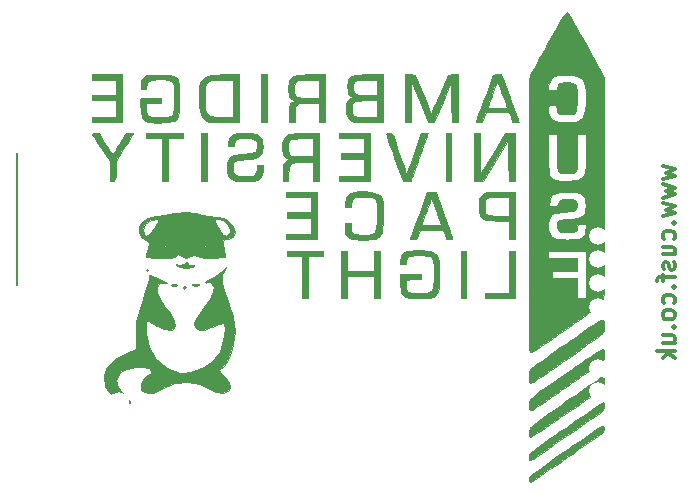
<source format=gbo>
G04 #@! TF.FileFunction,Legend,Bot*
%FSLAX46Y46*%
G04 Gerber Fmt 4.6, Leading zero omitted, Abs format (unit mm)*
G04 Created by KiCad (PCBNEW 4.0.1-stable) date 10/03/2016 22:19:40*
%MOMM*%
G01*
G04 APERTURE LIST*
%ADD10C,0.100000*%
%ADD11C,0.300000*%
%ADD12C,0.150000*%
%ADD13C,0.010000*%
%ADD14C,1.500000*%
%ADD15C,1.100000*%
%ADD16C,1.700000*%
%ADD17R,5.080000X2.286000*%
%ADD18R,5.080000X2.413000*%
%ADD19C,1.016000*%
%ADD20C,0.900000*%
%ADD21C,6.300000*%
%ADD22C,0.600000*%
G04 APERTURE END LIST*
D10*
D11*
X221678571Y-113121428D02*
X222678571Y-113407142D01*
X221964286Y-113692856D01*
X222678571Y-113978571D01*
X221678571Y-114264285D01*
X221678571Y-114692857D02*
X222678571Y-114978571D01*
X221964286Y-115264285D01*
X222678571Y-115550000D01*
X221678571Y-115835714D01*
X221678571Y-116264286D02*
X222678571Y-116550000D01*
X221964286Y-116835714D01*
X222678571Y-117121429D01*
X221678571Y-117407143D01*
X222535714Y-117978572D02*
X222607143Y-118050000D01*
X222678571Y-117978572D01*
X222607143Y-117907143D01*
X222535714Y-117978572D01*
X222678571Y-117978572D01*
X222607143Y-119335715D02*
X222678571Y-119192858D01*
X222678571Y-118907144D01*
X222607143Y-118764286D01*
X222535714Y-118692858D01*
X222392857Y-118621429D01*
X221964286Y-118621429D01*
X221821429Y-118692858D01*
X221750000Y-118764286D01*
X221678571Y-118907144D01*
X221678571Y-119192858D01*
X221750000Y-119335715D01*
X221678571Y-120621429D02*
X222678571Y-120621429D01*
X221678571Y-119978572D02*
X222464286Y-119978572D01*
X222607143Y-120050000D01*
X222678571Y-120192858D01*
X222678571Y-120407143D01*
X222607143Y-120550000D01*
X222535714Y-120621429D01*
X222607143Y-121264286D02*
X222678571Y-121407143D01*
X222678571Y-121692858D01*
X222607143Y-121835715D01*
X222464286Y-121907143D01*
X222392857Y-121907143D01*
X222250000Y-121835715D01*
X222178571Y-121692858D01*
X222178571Y-121478572D01*
X222107143Y-121335715D01*
X221964286Y-121264286D01*
X221892857Y-121264286D01*
X221750000Y-121335715D01*
X221678571Y-121478572D01*
X221678571Y-121692858D01*
X221750000Y-121835715D01*
X221678571Y-122335715D02*
X221678571Y-122907144D01*
X222678571Y-122550001D02*
X221392857Y-122550001D01*
X221250000Y-122621429D01*
X221178571Y-122764287D01*
X221178571Y-122907144D01*
X222535714Y-123407144D02*
X222607143Y-123478572D01*
X222678571Y-123407144D01*
X222607143Y-123335715D01*
X222535714Y-123407144D01*
X222678571Y-123407144D01*
X222607143Y-124764287D02*
X222678571Y-124621430D01*
X222678571Y-124335716D01*
X222607143Y-124192858D01*
X222535714Y-124121430D01*
X222392857Y-124050001D01*
X221964286Y-124050001D01*
X221821429Y-124121430D01*
X221750000Y-124192858D01*
X221678571Y-124335716D01*
X221678571Y-124621430D01*
X221750000Y-124764287D01*
X222678571Y-125621430D02*
X222607143Y-125478572D01*
X222535714Y-125407144D01*
X222392857Y-125335715D01*
X221964286Y-125335715D01*
X221821429Y-125407144D01*
X221750000Y-125478572D01*
X221678571Y-125621430D01*
X221678571Y-125835715D01*
X221750000Y-125978572D01*
X221821429Y-126050001D01*
X221964286Y-126121430D01*
X222392857Y-126121430D01*
X222535714Y-126050001D01*
X222607143Y-125978572D01*
X222678571Y-125835715D01*
X222678571Y-125621430D01*
X222535714Y-126764287D02*
X222607143Y-126835715D01*
X222678571Y-126764287D01*
X222607143Y-126692858D01*
X222535714Y-126764287D01*
X222678571Y-126764287D01*
X221678571Y-128121430D02*
X222678571Y-128121430D01*
X221678571Y-127478573D02*
X222464286Y-127478573D01*
X222607143Y-127550001D01*
X222678571Y-127692859D01*
X222678571Y-127907144D01*
X222607143Y-128050001D01*
X222535714Y-128121430D01*
X222678571Y-128835716D02*
X221178571Y-128835716D01*
X222107143Y-128978573D02*
X222678571Y-129407144D01*
X221678571Y-129407144D02*
X222250000Y-128835716D01*
D12*
X167033000Y-112012000D02*
X167033000Y-123188000D01*
D13*
G36*
X184244147Y-122139738D02*
X183678287Y-122558314D01*
X183208747Y-122825556D01*
X182906010Y-122987445D01*
X182997723Y-123003075D01*
X183096249Y-122981004D01*
X183461372Y-122992528D01*
X183633433Y-123328546D01*
X183643959Y-123380170D01*
X183601934Y-123818782D01*
X183308193Y-124415701D01*
X182823127Y-125116452D01*
X182312615Y-125809755D01*
X182030054Y-126252524D01*
X181947169Y-126531213D01*
X182035689Y-126732273D01*
X182234858Y-126915256D01*
X182506300Y-127052640D01*
X182869571Y-127005818D01*
X183455305Y-126756260D01*
X183496559Y-126736290D01*
X184126134Y-126484152D01*
X184500726Y-126451447D01*
X184559827Y-126496218D01*
X184620391Y-126884190D01*
X184553917Y-127511788D01*
X184390502Y-128225548D01*
X184160246Y-128872005D01*
X184052272Y-129084091D01*
X183554338Y-129629089D01*
X182801106Y-130120565D01*
X181946393Y-130485386D01*
X181144018Y-130650420D01*
X180795645Y-130632463D01*
X179674797Y-130221877D01*
X178790403Y-129489629D01*
X178185540Y-128490645D01*
X177903285Y-127279847D01*
X177887982Y-126925111D01*
X177898253Y-126363423D01*
X177965798Y-126153606D01*
X178134325Y-126224416D01*
X178254138Y-126328295D01*
X178822031Y-126709569D01*
X179463710Y-126956896D01*
X180003458Y-127008155D01*
X180103995Y-126982249D01*
X180385513Y-126712521D01*
X180332765Y-126236459D01*
X179941563Y-125538863D01*
X179569285Y-125040993D01*
X179078141Y-124368557D01*
X178849109Y-123885265D01*
X178836167Y-123489978D01*
X178845318Y-123450070D01*
X179044695Y-123064558D01*
X179425959Y-123014157D01*
X179434783Y-123015740D01*
X179677778Y-123034922D01*
X179576667Y-122962472D01*
X179164022Y-122770605D01*
X178653786Y-122519308D01*
X178283512Y-122369411D01*
X178167892Y-122402263D01*
X178178870Y-122424462D01*
X178168271Y-122705738D01*
X178028932Y-123277919D01*
X177787879Y-124038273D01*
X177660050Y-124396505D01*
X177298042Y-125480335D01*
X177107282Y-126353240D01*
X177055964Y-127175754D01*
X177062073Y-127414552D01*
X177113378Y-128671649D01*
X176290672Y-128956477D01*
X175311524Y-129450342D01*
X174657447Y-130115159D01*
X174360180Y-130900549D01*
X174451464Y-131756134D01*
X174478832Y-131832257D01*
X174918287Y-132418801D01*
X175734187Y-132910642D01*
X176338638Y-133133406D01*
X176566970Y-133171521D01*
X176529100Y-133035357D01*
X176203309Y-132676726D01*
X176074054Y-132546387D01*
X175527107Y-131868127D01*
X175370491Y-131294083D01*
X175597307Y-130782122D01*
X175758077Y-130616940D01*
X176278344Y-130321762D01*
X176954877Y-130152027D01*
X177629673Y-130124054D01*
X178144730Y-130254159D01*
X178273219Y-130357198D01*
X178413550Y-130627619D01*
X178189973Y-130789161D01*
X178106636Y-130817140D01*
X177732363Y-131117793D01*
X177508561Y-131614476D01*
X177517873Y-132101050D01*
X177558398Y-132184636D01*
X177913019Y-132388716D01*
X178494111Y-132336192D01*
X179202001Y-132040348D01*
X179365000Y-131943838D01*
X180352990Y-131535911D01*
X181445120Y-131420385D01*
X182491997Y-131598548D01*
X183136612Y-131911271D01*
X183829926Y-132253824D01*
X184425925Y-132334269D01*
X184860475Y-132198805D01*
X185069442Y-131893630D01*
X184988691Y-131464943D01*
X184554086Y-130958943D01*
X184509438Y-130922370D01*
X184160937Y-130573546D01*
X184141057Y-130369862D01*
X184172404Y-130353810D01*
X184554988Y-130030979D01*
X184927307Y-129406933D01*
X185232697Y-128601238D01*
X185414495Y-127733462D01*
X185414587Y-127732677D01*
X185458090Y-127105869D01*
X185412565Y-126508754D01*
X185255349Y-125812484D01*
X184963777Y-124888213D01*
X184862033Y-124591391D01*
X184547104Y-123648876D01*
X184371055Y-123011813D01*
X184318651Y-122591370D01*
X184374654Y-122298716D01*
X184445260Y-122161483D01*
X184716634Y-121719167D01*
X184244147Y-122139738D01*
X184244147Y-122139738D01*
G37*
X184244147Y-122139738D02*
X183678287Y-122558314D01*
X183208747Y-122825556D01*
X182906010Y-122987445D01*
X182997723Y-123003075D01*
X183096249Y-122981004D01*
X183461372Y-122992528D01*
X183633433Y-123328546D01*
X183643959Y-123380170D01*
X183601934Y-123818782D01*
X183308193Y-124415701D01*
X182823127Y-125116452D01*
X182312615Y-125809755D01*
X182030054Y-126252524D01*
X181947169Y-126531213D01*
X182035689Y-126732273D01*
X182234858Y-126915256D01*
X182506300Y-127052640D01*
X182869571Y-127005818D01*
X183455305Y-126756260D01*
X183496559Y-126736290D01*
X184126134Y-126484152D01*
X184500726Y-126451447D01*
X184559827Y-126496218D01*
X184620391Y-126884190D01*
X184553917Y-127511788D01*
X184390502Y-128225548D01*
X184160246Y-128872005D01*
X184052272Y-129084091D01*
X183554338Y-129629089D01*
X182801106Y-130120565D01*
X181946393Y-130485386D01*
X181144018Y-130650420D01*
X180795645Y-130632463D01*
X179674797Y-130221877D01*
X178790403Y-129489629D01*
X178185540Y-128490645D01*
X177903285Y-127279847D01*
X177887982Y-126925111D01*
X177898253Y-126363423D01*
X177965798Y-126153606D01*
X178134325Y-126224416D01*
X178254138Y-126328295D01*
X178822031Y-126709569D01*
X179463710Y-126956896D01*
X180003458Y-127008155D01*
X180103995Y-126982249D01*
X180385513Y-126712521D01*
X180332765Y-126236459D01*
X179941563Y-125538863D01*
X179569285Y-125040993D01*
X179078141Y-124368557D01*
X178849109Y-123885265D01*
X178836167Y-123489978D01*
X178845318Y-123450070D01*
X179044695Y-123064558D01*
X179425959Y-123014157D01*
X179434783Y-123015740D01*
X179677778Y-123034922D01*
X179576667Y-122962472D01*
X179164022Y-122770605D01*
X178653786Y-122519308D01*
X178283512Y-122369411D01*
X178167892Y-122402263D01*
X178178870Y-122424462D01*
X178168271Y-122705738D01*
X178028932Y-123277919D01*
X177787879Y-124038273D01*
X177660050Y-124396505D01*
X177298042Y-125480335D01*
X177107282Y-126353240D01*
X177055964Y-127175754D01*
X177062073Y-127414552D01*
X177113378Y-128671649D01*
X176290672Y-128956477D01*
X175311524Y-129450342D01*
X174657447Y-130115159D01*
X174360180Y-130900549D01*
X174451464Y-131756134D01*
X174478832Y-131832257D01*
X174918287Y-132418801D01*
X175734187Y-132910642D01*
X176338638Y-133133406D01*
X176566970Y-133171521D01*
X176529100Y-133035357D01*
X176203309Y-132676726D01*
X176074054Y-132546387D01*
X175527107Y-131868127D01*
X175370491Y-131294083D01*
X175597307Y-130782122D01*
X175758077Y-130616940D01*
X176278344Y-130321762D01*
X176954877Y-130152027D01*
X177629673Y-130124054D01*
X178144730Y-130254159D01*
X178273219Y-130357198D01*
X178413550Y-130627619D01*
X178189973Y-130789161D01*
X178106636Y-130817140D01*
X177732363Y-131117793D01*
X177508561Y-131614476D01*
X177517873Y-132101050D01*
X177558398Y-132184636D01*
X177913019Y-132388716D01*
X178494111Y-132336192D01*
X179202001Y-132040348D01*
X179365000Y-131943838D01*
X180352990Y-131535911D01*
X181445120Y-131420385D01*
X182491997Y-131598548D01*
X183136612Y-131911271D01*
X183829926Y-132253824D01*
X184425925Y-132334269D01*
X184860475Y-132198805D01*
X185069442Y-131893630D01*
X184988691Y-131464943D01*
X184554086Y-130958943D01*
X184509438Y-130922370D01*
X184160937Y-130573546D01*
X184141057Y-130369862D01*
X184172404Y-130353810D01*
X184554988Y-130030979D01*
X184927307Y-129406933D01*
X185232697Y-128601238D01*
X185414495Y-127733462D01*
X185414587Y-127732677D01*
X185458090Y-127105869D01*
X185412565Y-126508754D01*
X185255349Y-125812484D01*
X184963777Y-124888213D01*
X184862033Y-124591391D01*
X184547104Y-123648876D01*
X184371055Y-123011813D01*
X184318651Y-122591370D01*
X184374654Y-122298716D01*
X184445260Y-122161483D01*
X184716634Y-121719167D01*
X184244147Y-122139738D01*
G36*
X181058333Y-123412500D02*
X181164167Y-123518333D01*
X181270000Y-123412500D01*
X181164167Y-123306667D01*
X181058333Y-123412500D01*
X181058333Y-123412500D01*
G37*
X181058333Y-123412500D02*
X181164167Y-123518333D01*
X181270000Y-123412500D01*
X181164167Y-123306667D01*
X181058333Y-123412500D01*
G36*
X181852083Y-123166484D02*
X181825493Y-123243740D01*
X182116667Y-123273245D01*
X182417155Y-123239982D01*
X182381250Y-123166484D01*
X181947895Y-123138527D01*
X181852083Y-123166484D01*
X181852083Y-123166484D01*
G37*
X181852083Y-123166484D02*
X181825493Y-123243740D01*
X182116667Y-123273245D01*
X182417155Y-123239982D01*
X182381250Y-123166484D01*
X181947895Y-123138527D01*
X181852083Y-123166484D01*
G36*
X180057327Y-123178785D02*
X180120454Y-123274990D01*
X180335139Y-123289956D01*
X180560995Y-123238263D01*
X180463021Y-123162074D01*
X180132211Y-123136840D01*
X180057327Y-123178785D01*
X180057327Y-123178785D01*
G37*
X180057327Y-123178785D02*
X180120454Y-123274990D01*
X180335139Y-123289956D01*
X180560995Y-123238263D01*
X180463021Y-123162074D01*
X180132211Y-123136840D01*
X180057327Y-123178785D01*
G36*
X177883333Y-121930833D02*
X177989167Y-122036667D01*
X178095000Y-121930833D01*
X177989167Y-121825000D01*
X177883333Y-121930833D01*
X177883333Y-121930833D01*
G37*
X177883333Y-121930833D02*
X177989167Y-122036667D01*
X178095000Y-121930833D01*
X177989167Y-121825000D01*
X177883333Y-121930833D01*
G36*
X181173439Y-121393971D02*
X180787329Y-121536339D01*
X180591356Y-121491787D01*
X180437477Y-121443637D01*
X180490835Y-121523427D01*
X180822193Y-121676815D01*
X181324906Y-121740867D01*
X181796880Y-121706662D01*
X182024558Y-121591126D01*
X181971353Y-121493886D01*
X181810160Y-121532570D01*
X181529963Y-121519506D01*
X181481667Y-121398395D01*
X181413930Y-121244674D01*
X181173439Y-121393971D01*
X181173439Y-121393971D01*
G37*
X181173439Y-121393971D02*
X180787329Y-121536339D01*
X180591356Y-121491787D01*
X180437477Y-121443637D01*
X180490835Y-121523427D01*
X180822193Y-121676815D01*
X181324906Y-121740867D01*
X181796880Y-121706662D01*
X182024558Y-121591126D01*
X181971353Y-121493886D01*
X181810160Y-121532570D01*
X181529963Y-121519506D01*
X181481667Y-121398395D01*
X181413930Y-121244674D01*
X181173439Y-121393971D01*
G36*
X180489101Y-117081574D02*
X180279637Y-117133747D01*
X179549648Y-117290226D01*
X178872062Y-117375013D01*
X178726962Y-117380000D01*
X178100387Y-117514327D01*
X177619452Y-117853888D01*
X177332285Y-118303550D01*
X177287014Y-118768179D01*
X177531764Y-119152642D01*
X177765532Y-119280450D01*
X178104329Y-119458741D01*
X178183305Y-119729821D01*
X178083032Y-120173397D01*
X177950186Y-120638566D01*
X177886197Y-120866499D01*
X177885124Y-120871102D01*
X178077866Y-120879777D01*
X178574720Y-120900777D01*
X179091669Y-120922255D01*
X179868567Y-120909254D01*
X180348539Y-120803918D01*
X180449580Y-120724199D01*
X180661249Y-120589832D01*
X180922838Y-120742049D01*
X181320608Y-120897214D01*
X181666958Y-120780782D01*
X182077762Y-120670215D01*
X182218165Y-120759653D01*
X182484696Y-120867021D01*
X183031822Y-120921029D01*
X183472064Y-120918975D01*
X184598773Y-120872500D01*
X184494016Y-120078750D01*
X184481794Y-119920000D01*
X182963333Y-119920000D01*
X182885888Y-120094225D01*
X182822222Y-120061111D01*
X182807992Y-119920000D01*
X179576667Y-119920000D01*
X179499221Y-120094225D01*
X179435556Y-120061111D01*
X179410223Y-119809912D01*
X179435556Y-119778889D01*
X179561391Y-119807944D01*
X179576667Y-119920000D01*
X182807992Y-119920000D01*
X182796890Y-119809912D01*
X182822222Y-119778889D01*
X182948058Y-119807944D01*
X182963333Y-119920000D01*
X184481794Y-119920000D01*
X184453947Y-119558318D01*
X184555657Y-119333239D01*
X184847107Y-119285000D01*
X185293191Y-119141159D01*
X185436863Y-118763146D01*
X185365249Y-118548792D01*
X185024794Y-118548792D01*
X185006481Y-118747950D01*
X184761112Y-119043250D01*
X184438376Y-118957448D01*
X184090621Y-118512415D01*
X183995519Y-118325607D01*
X183788782Y-117849706D01*
X183776959Y-117657395D01*
X178976945Y-117657395D01*
X178912010Y-117908581D01*
X178667338Y-118323541D01*
X178248262Y-118856852D01*
X177916512Y-119042350D01*
X177714066Y-118870417D01*
X177671667Y-118551614D01*
X177860022Y-118029215D01*
X178343040Y-117679032D01*
X178812173Y-117591667D01*
X178976945Y-117657395D01*
X183776959Y-117657395D01*
X183776003Y-117641848D01*
X183960190Y-117592257D01*
X184015630Y-117591667D01*
X184452657Y-117748776D01*
X184832544Y-118118580D01*
X185024794Y-118548792D01*
X185365249Y-118548792D01*
X185259152Y-118231229D01*
X185138652Y-118051389D01*
X184669764Y-117621780D01*
X184021317Y-117452525D01*
X183892580Y-117443775D01*
X183141030Y-117355838D01*
X182313069Y-117190758D01*
X182134758Y-117144606D01*
X181291071Y-116996001D01*
X180489101Y-117081574D01*
X180489101Y-117081574D01*
G37*
X180489101Y-117081574D02*
X180279637Y-117133747D01*
X179549648Y-117290226D01*
X178872062Y-117375013D01*
X178726962Y-117380000D01*
X178100387Y-117514327D01*
X177619452Y-117853888D01*
X177332285Y-118303550D01*
X177287014Y-118768179D01*
X177531764Y-119152642D01*
X177765532Y-119280450D01*
X178104329Y-119458741D01*
X178183305Y-119729821D01*
X178083032Y-120173397D01*
X177950186Y-120638566D01*
X177886197Y-120866499D01*
X177885124Y-120871102D01*
X178077866Y-120879777D01*
X178574720Y-120900777D01*
X179091669Y-120922255D01*
X179868567Y-120909254D01*
X180348539Y-120803918D01*
X180449580Y-120724199D01*
X180661249Y-120589832D01*
X180922838Y-120742049D01*
X181320608Y-120897214D01*
X181666958Y-120780782D01*
X182077762Y-120670215D01*
X182218165Y-120759653D01*
X182484696Y-120867021D01*
X183031822Y-120921029D01*
X183472064Y-120918975D01*
X184598773Y-120872500D01*
X184494016Y-120078750D01*
X184481794Y-119920000D01*
X182963333Y-119920000D01*
X182885888Y-120094225D01*
X182822222Y-120061111D01*
X182807992Y-119920000D01*
X179576667Y-119920000D01*
X179499221Y-120094225D01*
X179435556Y-120061111D01*
X179410223Y-119809912D01*
X179435556Y-119778889D01*
X179561391Y-119807944D01*
X179576667Y-119920000D01*
X182807992Y-119920000D01*
X182796890Y-119809912D01*
X182822222Y-119778889D01*
X182948058Y-119807944D01*
X182963333Y-119920000D01*
X184481794Y-119920000D01*
X184453947Y-119558318D01*
X184555657Y-119333239D01*
X184847107Y-119285000D01*
X185293191Y-119141159D01*
X185436863Y-118763146D01*
X185365249Y-118548792D01*
X185024794Y-118548792D01*
X185006481Y-118747950D01*
X184761112Y-119043250D01*
X184438376Y-118957448D01*
X184090621Y-118512415D01*
X183995519Y-118325607D01*
X183788782Y-117849706D01*
X183776959Y-117657395D01*
X178976945Y-117657395D01*
X178912010Y-117908581D01*
X178667338Y-118323541D01*
X178248262Y-118856852D01*
X177916512Y-119042350D01*
X177714066Y-118870417D01*
X177671667Y-118551614D01*
X177860022Y-118029215D01*
X178343040Y-117679032D01*
X178812173Y-117591667D01*
X178976945Y-117657395D01*
X183776959Y-117657395D01*
X183776003Y-117641848D01*
X183960190Y-117592257D01*
X184015630Y-117591667D01*
X184452657Y-117748776D01*
X184832544Y-118118580D01*
X185024794Y-118548792D01*
X185365249Y-118548792D01*
X185259152Y-118231229D01*
X185138652Y-118051389D01*
X184669764Y-117621780D01*
X184021317Y-117452525D01*
X183892580Y-117443775D01*
X183141030Y-117355838D01*
X182313069Y-117190758D01*
X182134758Y-117144606D01*
X181291071Y-116996001D01*
X180489101Y-117081574D01*
D10*
G36*
X216691600Y-135346618D02*
X216685797Y-135439916D01*
X216661919Y-135525134D01*
X216610259Y-135611684D01*
X216521113Y-135708977D01*
X216384773Y-135826426D01*
X216191533Y-135973443D01*
X215931690Y-136159439D01*
X215652283Y-136354466D01*
X215466525Y-136483452D01*
X215208897Y-136662429D01*
X214890938Y-136883375D01*
X214524189Y-137138269D01*
X214120189Y-137419091D01*
X213690479Y-137717820D01*
X213246597Y-138026434D01*
X212800084Y-138336912D01*
X212772395Y-138356167D01*
X212216928Y-138740872D01*
X211741504Y-139066741D01*
X211344233Y-139335017D01*
X211023220Y-139546939D01*
X210776574Y-139703748D01*
X210602403Y-139806683D01*
X210498813Y-139856985D01*
X210473695Y-139862800D01*
X210384882Y-139850547D01*
X210348234Y-139793754D01*
X210341600Y-139683032D01*
X210362666Y-139544156D01*
X210438115Y-139412124D01*
X210532100Y-139305333D01*
X210614590Y-139233994D01*
X210769585Y-139114146D01*
X210988850Y-138951471D01*
X211264154Y-138751650D01*
X211587264Y-138520366D01*
X211949946Y-138263299D01*
X212343968Y-137986131D01*
X212761098Y-137694544D01*
X213193101Y-137394219D01*
X213631747Y-137090838D01*
X214068801Y-136790081D01*
X214496031Y-136497631D01*
X214905204Y-136219169D01*
X215288088Y-135960377D01*
X215636450Y-135726936D01*
X215942056Y-135524528D01*
X216196675Y-135358834D01*
X216392072Y-135235535D01*
X216520017Y-135160314D01*
X216570191Y-135138400D01*
X216647867Y-135150076D01*
X216682863Y-135203820D01*
X216691548Y-135327706D01*
X216691600Y-135346618D01*
X216691600Y-135346618D01*
X216691600Y-135346618D01*
G37*
X216691600Y-135346618D02*
X216685797Y-135439916D01*
X216661919Y-135525134D01*
X216610259Y-135611684D01*
X216521113Y-135708977D01*
X216384773Y-135826426D01*
X216191533Y-135973443D01*
X215931690Y-136159439D01*
X215652283Y-136354466D01*
X215466525Y-136483452D01*
X215208897Y-136662429D01*
X214890938Y-136883375D01*
X214524189Y-137138269D01*
X214120189Y-137419091D01*
X213690479Y-137717820D01*
X213246597Y-138026434D01*
X212800084Y-138336912D01*
X212772395Y-138356167D01*
X212216928Y-138740872D01*
X211741504Y-139066741D01*
X211344233Y-139335017D01*
X211023220Y-139546939D01*
X210776574Y-139703748D01*
X210602403Y-139806683D01*
X210498813Y-139856985D01*
X210473695Y-139862800D01*
X210384882Y-139850547D01*
X210348234Y-139793754D01*
X210341600Y-139683032D01*
X210362666Y-139544156D01*
X210438115Y-139412124D01*
X210532100Y-139305333D01*
X210614590Y-139233994D01*
X210769585Y-139114146D01*
X210988850Y-138951471D01*
X211264154Y-138751650D01*
X211587264Y-138520366D01*
X211949946Y-138263299D01*
X212343968Y-137986131D01*
X212761098Y-137694544D01*
X213193101Y-137394219D01*
X213631747Y-137090838D01*
X214068801Y-136790081D01*
X214496031Y-136497631D01*
X214905204Y-136219169D01*
X215288088Y-135960377D01*
X215636450Y-135726936D01*
X215942056Y-135524528D01*
X216196675Y-135358834D01*
X216392072Y-135235535D01*
X216520017Y-135160314D01*
X216570191Y-135138400D01*
X216647867Y-135150076D01*
X216682863Y-135203820D01*
X216691548Y-135327706D01*
X216691600Y-135346618D01*
X216691600Y-135346618D01*
G36*
X216691600Y-133441618D02*
X216684316Y-133617303D01*
X216653374Y-133731507D01*
X216585142Y-133823853D01*
X216547389Y-133860718D01*
X216473520Y-133919871D01*
X216326306Y-134029356D01*
X216116034Y-134181820D01*
X215852994Y-134369907D01*
X215547473Y-134586262D01*
X215209760Y-134823531D01*
X214850144Y-135074358D01*
X214832889Y-135086348D01*
X214135519Y-135570875D01*
X213516828Y-136000675D01*
X212971992Y-136378901D01*
X212496189Y-136708707D01*
X212084595Y-136993244D01*
X211732386Y-137235666D01*
X211434741Y-137439125D01*
X211186835Y-137606775D01*
X210983846Y-137741769D01*
X210820950Y-137847258D01*
X210693325Y-137926396D01*
X210596147Y-137982337D01*
X210524592Y-138018232D01*
X210473839Y-138037234D01*
X210439064Y-138042497D01*
X210415443Y-138037173D01*
X210398153Y-138024416D01*
X210382372Y-138007377D01*
X210375466Y-138000133D01*
X210340961Y-137904999D01*
X210345163Y-137756039D01*
X210382693Y-137590966D01*
X210448176Y-137447492D01*
X210455900Y-137436006D01*
X210515988Y-137380176D01*
X210650733Y-137273768D01*
X210852011Y-137122443D01*
X211111702Y-136931858D01*
X211421682Y-136707673D01*
X211773831Y-136455548D01*
X212160025Y-136181142D01*
X212572144Y-135890113D01*
X213002065Y-135588122D01*
X213441666Y-135280828D01*
X213882825Y-134973889D01*
X214317420Y-134672965D01*
X214737330Y-134383715D01*
X215134431Y-134111799D01*
X215500603Y-133862875D01*
X215827723Y-133642604D01*
X216107670Y-133456644D01*
X216332320Y-133310654D01*
X216493553Y-133210294D01*
X216583247Y-133161223D01*
X216596705Y-133157200D01*
X216651461Y-133171213D01*
X216680199Y-133228850D01*
X216690724Y-133353504D01*
X216691600Y-133441618D01*
X216691600Y-133441618D01*
X216691600Y-133441618D01*
G37*
X216691600Y-133441618D02*
X216684316Y-133617303D01*
X216653374Y-133731507D01*
X216585142Y-133823853D01*
X216547389Y-133860718D01*
X216473520Y-133919871D01*
X216326306Y-134029356D01*
X216116034Y-134181820D01*
X215852994Y-134369907D01*
X215547473Y-134586262D01*
X215209760Y-134823531D01*
X214850144Y-135074358D01*
X214832889Y-135086348D01*
X214135519Y-135570875D01*
X213516828Y-136000675D01*
X212971992Y-136378901D01*
X212496189Y-136708707D01*
X212084595Y-136993244D01*
X211732386Y-137235666D01*
X211434741Y-137439125D01*
X211186835Y-137606775D01*
X210983846Y-137741769D01*
X210820950Y-137847258D01*
X210693325Y-137926396D01*
X210596147Y-137982337D01*
X210524592Y-138018232D01*
X210473839Y-138037234D01*
X210439064Y-138042497D01*
X210415443Y-138037173D01*
X210398153Y-138024416D01*
X210382372Y-138007377D01*
X210375466Y-138000133D01*
X210340961Y-137904999D01*
X210345163Y-137756039D01*
X210382693Y-137590966D01*
X210448176Y-137447492D01*
X210455900Y-137436006D01*
X210515988Y-137380176D01*
X210650733Y-137273768D01*
X210852011Y-137122443D01*
X211111702Y-136931858D01*
X211421682Y-136707673D01*
X211773831Y-136455548D01*
X212160025Y-136181142D01*
X212572144Y-135890113D01*
X213002065Y-135588122D01*
X213441666Y-135280828D01*
X213882825Y-134973889D01*
X214317420Y-134672965D01*
X214737330Y-134383715D01*
X215134431Y-134111799D01*
X215500603Y-133862875D01*
X215827723Y-133642604D01*
X216107670Y-133456644D01*
X216332320Y-133310654D01*
X216493553Y-133210294D01*
X216583247Y-133161223D01*
X216596705Y-133157200D01*
X216651461Y-133171213D01*
X216680199Y-133228850D01*
X216690724Y-133353504D01*
X216691600Y-133441618D01*
X216691600Y-133441618D01*
G36*
X216691600Y-131421002D02*
X216687925Y-131609349D01*
X216669410Y-131730216D01*
X216624815Y-131817663D01*
X216542901Y-131905745D01*
X216526500Y-131921306D01*
X216444159Y-131988466D01*
X216289283Y-132104482D01*
X216070157Y-132263647D01*
X215795065Y-132460254D01*
X215472291Y-132688597D01*
X215110120Y-132942968D01*
X214716836Y-133217662D01*
X214300723Y-133506970D01*
X213870067Y-133805186D01*
X213433151Y-134106603D01*
X212998260Y-134405515D01*
X212573678Y-134696214D01*
X212167690Y-134972993D01*
X211788580Y-135230147D01*
X211444632Y-135461967D01*
X211144132Y-135662746D01*
X210895363Y-135826779D01*
X210706609Y-135948358D01*
X210586156Y-136021777D01*
X210544695Y-136041979D01*
X210433889Y-136042800D01*
X210379410Y-136022877D01*
X210346418Y-135931945D01*
X210341800Y-135777885D01*
X210362471Y-135594175D01*
X210405343Y-135414293D01*
X210444887Y-135312713D01*
X210471541Y-135266064D01*
X210511454Y-135214167D01*
X210570662Y-135152541D01*
X210655196Y-135076704D01*
X210771093Y-134982175D01*
X210924384Y-134864472D01*
X211121105Y-134719115D01*
X211367289Y-134541622D01*
X211668971Y-134327512D01*
X212032184Y-134072304D01*
X212462961Y-133771516D01*
X212967338Y-133420666D01*
X213353187Y-133152766D01*
X213833191Y-132819604D01*
X214291259Y-132501564D01*
X214720128Y-132203693D01*
X215112533Y-131931043D01*
X215461213Y-131688662D01*
X215758902Y-131481600D01*
X215998340Y-131314907D01*
X216172261Y-131193632D01*
X216273402Y-131122826D01*
X216293814Y-131108358D01*
X216454572Y-131037321D01*
X216560514Y-131043435D01*
X216630021Y-131067352D01*
X216669290Y-131111687D01*
X216686915Y-131201188D01*
X216691488Y-131360603D01*
X216691600Y-131421002D01*
X216691600Y-131421002D01*
X216691600Y-131421002D01*
G37*
X216691600Y-131421002D02*
X216687925Y-131609349D01*
X216669410Y-131730216D01*
X216624815Y-131817663D01*
X216542901Y-131905745D01*
X216526500Y-131921306D01*
X216444159Y-131988466D01*
X216289283Y-132104482D01*
X216070157Y-132263647D01*
X215795065Y-132460254D01*
X215472291Y-132688597D01*
X215110120Y-132942968D01*
X214716836Y-133217662D01*
X214300723Y-133506970D01*
X213870067Y-133805186D01*
X213433151Y-134106603D01*
X212998260Y-134405515D01*
X212573678Y-134696214D01*
X212167690Y-134972993D01*
X211788580Y-135230147D01*
X211444632Y-135461967D01*
X211144132Y-135662746D01*
X210895363Y-135826779D01*
X210706609Y-135948358D01*
X210586156Y-136021777D01*
X210544695Y-136041979D01*
X210433889Y-136042800D01*
X210379410Y-136022877D01*
X210346418Y-135931945D01*
X210341800Y-135777885D01*
X210362471Y-135594175D01*
X210405343Y-135414293D01*
X210444887Y-135312713D01*
X210471541Y-135266064D01*
X210511454Y-135214167D01*
X210570662Y-135152541D01*
X210655196Y-135076704D01*
X210771093Y-134982175D01*
X210924384Y-134864472D01*
X211121105Y-134719115D01*
X211367289Y-134541622D01*
X211668971Y-134327512D01*
X212032184Y-134072304D01*
X212462961Y-133771516D01*
X212967338Y-133420666D01*
X213353187Y-133152766D01*
X213833191Y-132819604D01*
X214291259Y-132501564D01*
X214720128Y-132203693D01*
X215112533Y-131931043D01*
X215461213Y-131688662D01*
X215758902Y-131481600D01*
X215998340Y-131314907D01*
X216172261Y-131193632D01*
X216273402Y-131122826D01*
X216293814Y-131108358D01*
X216454572Y-131037321D01*
X216560514Y-131043435D01*
X216630021Y-131067352D01*
X216669290Y-131111687D01*
X216686915Y-131201188D01*
X216691488Y-131360603D01*
X216691600Y-131421002D01*
X216691600Y-131421002D01*
G36*
X216691600Y-129092351D02*
X216689235Y-129298770D01*
X216676428Y-129433760D01*
X216644612Y-129527473D01*
X216585218Y-129610063D01*
X216526500Y-129673386D01*
X216455777Y-129732789D01*
X216311360Y-129842230D01*
X216101548Y-129995950D01*
X215834639Y-130188192D01*
X215518933Y-130413196D01*
X215162727Y-130665206D01*
X214774321Y-130938463D01*
X214362014Y-131227210D01*
X213934103Y-131525687D01*
X213498889Y-131828138D01*
X213064669Y-132128804D01*
X212639743Y-132421927D01*
X212232409Y-132701749D01*
X211850966Y-132962512D01*
X211503712Y-133198458D01*
X211198946Y-133403829D01*
X210944968Y-133572867D01*
X210750076Y-133699813D01*
X210622568Y-133778911D01*
X210572762Y-133804350D01*
X210458318Y-133792214D01*
X210405100Y-133759808D01*
X210365758Y-133665951D01*
X210345557Y-133505633D01*
X210344043Y-133312087D01*
X210360761Y-133118544D01*
X210395256Y-132958238D01*
X210416791Y-132905150D01*
X210469200Y-132848031D01*
X210592001Y-132744715D01*
X210787018Y-132593874D01*
X211056076Y-132394185D01*
X211400999Y-132144323D01*
X211823610Y-131842963D01*
X212325734Y-131488780D01*
X212909194Y-131080449D01*
X213384799Y-130749311D01*
X213871596Y-130411432D01*
X214336306Y-130089719D01*
X214771835Y-129789030D01*
X215171089Y-129514226D01*
X215526972Y-129270164D01*
X215832390Y-129061703D01*
X216080248Y-128893703D01*
X216263452Y-128771023D01*
X216374908Y-128698520D01*
X216405168Y-128680760D01*
X216531339Y-128637834D01*
X216615181Y-128653226D01*
X216664547Y-128738220D01*
X216687289Y-128904103D01*
X216691600Y-129092351D01*
X216691600Y-129092351D01*
X216691600Y-129092351D01*
G37*
X216691600Y-129092351D02*
X216689235Y-129298770D01*
X216676428Y-129433760D01*
X216644612Y-129527473D01*
X216585218Y-129610063D01*
X216526500Y-129673386D01*
X216455777Y-129732789D01*
X216311360Y-129842230D01*
X216101548Y-129995950D01*
X215834639Y-130188192D01*
X215518933Y-130413196D01*
X215162727Y-130665206D01*
X214774321Y-130938463D01*
X214362014Y-131227210D01*
X213934103Y-131525687D01*
X213498889Y-131828138D01*
X213064669Y-132128804D01*
X212639743Y-132421927D01*
X212232409Y-132701749D01*
X211850966Y-132962512D01*
X211503712Y-133198458D01*
X211198946Y-133403829D01*
X210944968Y-133572867D01*
X210750076Y-133699813D01*
X210622568Y-133778911D01*
X210572762Y-133804350D01*
X210458318Y-133792214D01*
X210405100Y-133759808D01*
X210365758Y-133665951D01*
X210345557Y-133505633D01*
X210344043Y-133312087D01*
X210360761Y-133118544D01*
X210395256Y-132958238D01*
X210416791Y-132905150D01*
X210469200Y-132848031D01*
X210592001Y-132744715D01*
X210787018Y-132593874D01*
X211056076Y-132394185D01*
X211400999Y-132144323D01*
X211823610Y-131842963D01*
X212325734Y-131488780D01*
X212909194Y-131080449D01*
X213384799Y-130749311D01*
X213871596Y-130411432D01*
X214336306Y-130089719D01*
X214771835Y-129789030D01*
X215171089Y-129514226D01*
X215526972Y-129270164D01*
X215832390Y-129061703D01*
X216080248Y-128893703D01*
X216263452Y-128771023D01*
X216374908Y-128698520D01*
X216405168Y-128680760D01*
X216531339Y-128637834D01*
X216615181Y-128653226D01*
X216664547Y-128738220D01*
X216687289Y-128904103D01*
X216691600Y-129092351D01*
X216691600Y-129092351D01*
G36*
X216691600Y-126673523D02*
X216690032Y-126896868D01*
X216680786Y-127045665D01*
X216657050Y-127146962D01*
X216612009Y-127227808D01*
X216538852Y-127315250D01*
X216526500Y-127328980D01*
X216461640Y-127389580D01*
X216345037Y-127484080D01*
X216173620Y-127614656D01*
X215944318Y-127783484D01*
X215654060Y-127992741D01*
X215299777Y-128244602D01*
X214878398Y-128541244D01*
X214386852Y-128884842D01*
X213822068Y-129277572D01*
X213180977Y-129721611D01*
X212460508Y-130219135D01*
X212018000Y-130524146D01*
X211628503Y-130792386D01*
X211313957Y-131008312D01*
X211065589Y-131177168D01*
X210874626Y-131304199D01*
X210732296Y-131394649D01*
X210629825Y-131453764D01*
X210558442Y-131486786D01*
X210509373Y-131498962D01*
X210473845Y-131495534D01*
X210443087Y-131481749D01*
X210429188Y-131473968D01*
X210387043Y-131434596D01*
X210360680Y-131360269D01*
X210346727Y-131230778D01*
X210341814Y-131025918D01*
X210341600Y-130948773D01*
X210343928Y-130720245D01*
X210354520Y-130567018D01*
X210378780Y-130462833D01*
X210422118Y-130381431D01*
X210471416Y-130318317D01*
X210529953Y-130268858D01*
X210663633Y-130167614D01*
X210864138Y-130020413D01*
X211123151Y-129833087D01*
X211432356Y-129611465D01*
X211783436Y-129361376D01*
X212168073Y-129088652D01*
X212577951Y-128799122D01*
X213004753Y-128498616D01*
X213440162Y-128192965D01*
X213875860Y-127887997D01*
X214303532Y-127589544D01*
X214714860Y-127303435D01*
X215101527Y-127035500D01*
X215455216Y-126791569D01*
X215767610Y-126577472D01*
X216030393Y-126399040D01*
X216235248Y-126262102D01*
X216373856Y-126172488D01*
X216437600Y-126136132D01*
X216544841Y-126135456D01*
X216602700Y-126155451D01*
X216645448Y-126192310D01*
X216672147Y-126263000D01*
X216686280Y-126387823D01*
X216691332Y-126587082D01*
X216691600Y-126673523D01*
X216691600Y-126673523D01*
X216691600Y-126673523D01*
G37*
X216691600Y-126673523D02*
X216690032Y-126896868D01*
X216680786Y-127045665D01*
X216657050Y-127146962D01*
X216612009Y-127227808D01*
X216538852Y-127315250D01*
X216526500Y-127328980D01*
X216461640Y-127389580D01*
X216345037Y-127484080D01*
X216173620Y-127614656D01*
X215944318Y-127783484D01*
X215654060Y-127992741D01*
X215299777Y-128244602D01*
X214878398Y-128541244D01*
X214386852Y-128884842D01*
X213822068Y-129277572D01*
X213180977Y-129721611D01*
X212460508Y-130219135D01*
X212018000Y-130524146D01*
X211628503Y-130792386D01*
X211313957Y-131008312D01*
X211065589Y-131177168D01*
X210874626Y-131304199D01*
X210732296Y-131394649D01*
X210629825Y-131453764D01*
X210558442Y-131486786D01*
X210509373Y-131498962D01*
X210473845Y-131495534D01*
X210443087Y-131481749D01*
X210429188Y-131473968D01*
X210387043Y-131434596D01*
X210360680Y-131360269D01*
X210346727Y-131230778D01*
X210341814Y-131025918D01*
X210341600Y-130948773D01*
X210343928Y-130720245D01*
X210354520Y-130567018D01*
X210378780Y-130462833D01*
X210422118Y-130381431D01*
X210471416Y-130318317D01*
X210529953Y-130268858D01*
X210663633Y-130167614D01*
X210864138Y-130020413D01*
X211123151Y-129833087D01*
X211432356Y-129611465D01*
X211783436Y-129361376D01*
X212168073Y-129088652D01*
X212577951Y-128799122D01*
X213004753Y-128498616D01*
X213440162Y-128192965D01*
X213875860Y-127887997D01*
X214303532Y-127589544D01*
X214714860Y-127303435D01*
X215101527Y-127035500D01*
X215455216Y-126791569D01*
X215767610Y-126577472D01*
X216030393Y-126399040D01*
X216235248Y-126262102D01*
X216373856Y-126172488D01*
X216437600Y-126136132D01*
X216544841Y-126135456D01*
X216602700Y-126155451D01*
X216645448Y-126192310D01*
X216672147Y-126263000D01*
X216686280Y-126387823D01*
X216691332Y-126587082D01*
X216691600Y-126673523D01*
X216691600Y-126673523D01*
G36*
X216691600Y-115079022D02*
X216691429Y-116311065D01*
X216690906Y-117444499D01*
X216690012Y-118482313D01*
X216688729Y-119427499D01*
X216687037Y-120283046D01*
X216684920Y-121051945D01*
X216682359Y-121737186D01*
X216679335Y-122341760D01*
X216675830Y-122868655D01*
X216671825Y-123320864D01*
X216667304Y-123701375D01*
X216662246Y-124013179D01*
X216656635Y-124259267D01*
X216650451Y-124442628D01*
X216643676Y-124566253D01*
X216636292Y-124633132D01*
X216633046Y-124644929D01*
X216582350Y-124694864D01*
X216456103Y-124796094D01*
X216262470Y-124942913D01*
X216009614Y-125129618D01*
X215705700Y-125350503D01*
X215358892Y-125599863D01*
X215182335Y-125725791D01*
X215182335Y-118069600D01*
X215167600Y-118069600D01*
X215167600Y-111938979D01*
X215167600Y-110398800D01*
X215167456Y-110398800D01*
X215167456Y-107170973D01*
X215153821Y-106718996D01*
X215110134Y-106354602D01*
X215032575Y-106067216D01*
X214917323Y-105846265D01*
X214760556Y-105681175D01*
X214591324Y-105576636D01*
X214378047Y-105503816D01*
X214096396Y-105450865D01*
X213771634Y-105418181D01*
X213429024Y-105406166D01*
X213093827Y-105415221D01*
X212791307Y-105445745D01*
X212546725Y-105498141D01*
X212434023Y-105542423D01*
X212290595Y-105640883D01*
X212178652Y-105751646D01*
X212096223Y-105905240D01*
X212027072Y-106122759D01*
X211980970Y-106366588D01*
X211967200Y-106565900D01*
X211967200Y-106741200D01*
X212348200Y-106741200D01*
X212729200Y-106741200D01*
X212729200Y-106540832D01*
X212770906Y-106323179D01*
X212843500Y-106209291D01*
X212914998Y-106141120D01*
X213002625Y-106097548D01*
X213133848Y-106070072D01*
X213336135Y-106050186D01*
X213364200Y-106048076D01*
X213729855Y-106042157D01*
X214009057Y-106085440D01*
X214204617Y-106178601D01*
X214291435Y-106271060D01*
X214323009Y-106331276D01*
X214346233Y-106411687D01*
X214362329Y-106527481D01*
X214372520Y-106693846D01*
X214378027Y-106925971D01*
X214380074Y-107239044D01*
X214380200Y-107373965D01*
X214377957Y-107790762D01*
X214366389Y-108116779D01*
X214338235Y-108362818D01*
X214286236Y-108539678D01*
X214203131Y-108658159D01*
X214081660Y-108729061D01*
X213914563Y-108763185D01*
X213694579Y-108771331D01*
X213444858Y-108765358D01*
X213163005Y-108748698D01*
X212965680Y-108714090D01*
X212836046Y-108650523D01*
X212757269Y-108546986D01*
X212712513Y-108392469D01*
X212695525Y-108275290D01*
X212664248Y-108011200D01*
X212290324Y-108011200D01*
X212111578Y-108011933D01*
X211996253Y-108025755D01*
X211934351Y-108070099D01*
X211915874Y-108162395D01*
X211930826Y-108320077D01*
X211969209Y-108560577D01*
X211970544Y-108568793D01*
X212025794Y-108822342D01*
X212107321Y-109022564D01*
X212226072Y-109175011D01*
X212392996Y-109285234D01*
X212619041Y-109358785D01*
X212915155Y-109401215D01*
X213292288Y-109418077D01*
X213643600Y-109417148D01*
X213930067Y-109410916D01*
X214137935Y-109400495D01*
X214290203Y-109382536D01*
X214409867Y-109353689D01*
X214519925Y-109310605D01*
X214583400Y-109280270D01*
X214763540Y-109171544D01*
X214883263Y-109041596D01*
X214948401Y-108925600D01*
X215027989Y-108697492D01*
X215091092Y-108380850D01*
X215136219Y-107987627D01*
X215161877Y-107529778D01*
X215167456Y-107170973D01*
X215167456Y-110398800D01*
X214786600Y-110398800D01*
X214405600Y-110398800D01*
X214405600Y-111895009D01*
X214403615Y-112411822D01*
X214397625Y-112828730D01*
X214387570Y-113147352D01*
X214373393Y-113369309D01*
X214355037Y-113496217D01*
X214347797Y-113518081D01*
X214267339Y-113623157D01*
X214129516Y-113694410D01*
X213921114Y-113735793D01*
X213628919Y-113751262D01*
X213567400Y-113751600D01*
X213258977Y-113740311D01*
X213036690Y-113703808D01*
X212887324Y-113638136D01*
X212797663Y-113539342D01*
X212787002Y-113518081D01*
X212767204Y-113423272D01*
X212751606Y-113233969D01*
X212740149Y-112948553D01*
X212732777Y-112565404D01*
X212729430Y-112082904D01*
X212729200Y-111895009D01*
X212729200Y-110398800D01*
X212345014Y-110398800D01*
X211960828Y-110398800D01*
X211978102Y-112037100D01*
X211983584Y-112500069D01*
X211989664Y-112872743D01*
X211996985Y-113166424D01*
X212006189Y-113392417D01*
X212017918Y-113562025D01*
X212032815Y-113686552D01*
X212051523Y-113777302D01*
X212074683Y-113845579D01*
X212081801Y-113861666D01*
X212208452Y-114052064D01*
X212397350Y-114198290D01*
X212661043Y-114307591D01*
X212983200Y-114382242D01*
X213119320Y-114393552D01*
X213326637Y-114396132D01*
X213578033Y-114391217D01*
X213846388Y-114380038D01*
X214104584Y-114363829D01*
X214325502Y-114343822D01*
X214482023Y-114321251D01*
X214518322Y-114312456D01*
X214782944Y-114186027D01*
X214975895Y-113987600D01*
X215090564Y-113738567D01*
X215113751Y-113640519D01*
X215132047Y-113512371D01*
X215145949Y-113342490D01*
X215155955Y-113119245D01*
X215162564Y-112831006D01*
X215166273Y-112466139D01*
X215167580Y-112013015D01*
X215167600Y-111938979D01*
X215167600Y-118069600D01*
X214821117Y-118069600D01*
X214459899Y-118069600D01*
X214425752Y-118327013D01*
X214383374Y-118517911D01*
X214313208Y-118629643D01*
X214284302Y-118651504D01*
X214146264Y-118703294D01*
X213936850Y-118741191D01*
X213685673Y-118762415D01*
X213422347Y-118764184D01*
X213229801Y-118750523D01*
X212997368Y-118710548D01*
X212848656Y-118641372D01*
X212766303Y-118524060D01*
X212732949Y-118339674D01*
X212729200Y-118204473D01*
X212733710Y-118031599D01*
X212756400Y-117903534D01*
X212811008Y-117811684D01*
X212911272Y-117747451D01*
X213070931Y-117702241D01*
X213303724Y-117667456D01*
X213623388Y-117634501D01*
X213643141Y-117632630D01*
X214074782Y-117586332D01*
X214415386Y-117532995D01*
X214675514Y-117464591D01*
X214865723Y-117373090D01*
X214996573Y-117250465D01*
X215078623Y-117088688D01*
X215122432Y-116879729D01*
X215138558Y-116615560D01*
X215139624Y-116494800D01*
X215122953Y-116142493D01*
X215066719Y-115873889D01*
X214961178Y-115675562D01*
X214796584Y-115534089D01*
X214563192Y-115436044D01*
X214331745Y-115381932D01*
X214010632Y-115340977D01*
X213657303Y-115326553D01*
X213297431Y-115336920D01*
X212956692Y-115370337D01*
X212660758Y-115425064D01*
X212435305Y-115499359D01*
X212408732Y-115512301D01*
X212270334Y-115634080D01*
X212159123Y-115827406D01*
X212088402Y-116063179D01*
X212069915Y-116253500D01*
X212068800Y-116494800D01*
X212423432Y-116494800D01*
X212609462Y-116492810D01*
X212718023Y-116481000D01*
X212773242Y-116450603D01*
X212799242Y-116392854D01*
X212807947Y-116355100D01*
X212853977Y-116185099D01*
X212918306Y-116065310D01*
X213017050Y-115988517D01*
X213166323Y-115947502D01*
X213382238Y-115935048D01*
X213680910Y-115943936D01*
X213721338Y-115946003D01*
X213968753Y-115966219D01*
X214133568Y-115998540D01*
X214234456Y-116046916D01*
X214246722Y-116057138D01*
X214333913Y-116187288D01*
X214378794Y-116361327D01*
X214383298Y-116550538D01*
X214349356Y-116726203D01*
X214278902Y-116859607D01*
X214188719Y-116919119D01*
X214093494Y-116935155D01*
X213922539Y-116956735D01*
X213701363Y-116980856D01*
X213490729Y-117001314D01*
X213075388Y-117044425D01*
X212749481Y-117092336D01*
X212500844Y-117150569D01*
X212317313Y-117224645D01*
X212186724Y-117320086D01*
X212096912Y-117442413D01*
X212035716Y-117597147D01*
X212016219Y-117670623D01*
X211981272Y-117915152D01*
X211976381Y-118200413D01*
X211999011Y-118489433D01*
X212046628Y-118745239D01*
X212100506Y-118900078D01*
X212232129Y-119080883D01*
X212435396Y-119213563D01*
X212718786Y-119302365D01*
X212982239Y-119342040D01*
X213250491Y-119359182D01*
X213559319Y-119362639D01*
X213877821Y-119353632D01*
X214175095Y-119333381D01*
X214420243Y-119303106D01*
X214528007Y-119281013D01*
X214770930Y-119193274D01*
X214944355Y-119064948D01*
X215059744Y-118880267D01*
X215128561Y-118623458D01*
X215152843Y-118421389D01*
X215182335Y-118069600D01*
X215182335Y-125725791D01*
X215167600Y-125736301D01*
X215167600Y-124318000D01*
X215167600Y-122311400D01*
X215167600Y-120304800D01*
X213567400Y-120304800D01*
X211967200Y-120304800D01*
X211967200Y-120635000D01*
X211967200Y-120965200D01*
X213186400Y-120965200D01*
X214405600Y-120965200D01*
X214405600Y-121498600D01*
X214405600Y-122032000D01*
X213338800Y-122032000D01*
X212272000Y-122032000D01*
X212272000Y-122336800D01*
X212272000Y-122641600D01*
X213338800Y-122641600D01*
X214405600Y-122641600D01*
X214405600Y-123445933D01*
X214407637Y-123722089D01*
X214413263Y-123961709D01*
X214421747Y-124146730D01*
X214432359Y-124259089D01*
X214439466Y-124284133D01*
X214503936Y-124301169D01*
X214640481Y-124313332D01*
X214819602Y-124317999D01*
X214820466Y-124318000D01*
X215167600Y-124318000D01*
X215167600Y-125736301D01*
X214977354Y-125871994D01*
X214569250Y-126161190D01*
X214142745Y-126461746D01*
X213706002Y-126767957D01*
X213267186Y-127074119D01*
X212834461Y-127374527D01*
X212415990Y-127663476D01*
X212019939Y-127935260D01*
X211654471Y-128184175D01*
X211327750Y-128404516D01*
X211047940Y-128590577D01*
X210823206Y-128736655D01*
X210661712Y-128837044D01*
X210571622Y-128886039D01*
X210558065Y-128890000D01*
X210444636Y-128858909D01*
X210402560Y-128829039D01*
X210395476Y-128800087D01*
X210388916Y-128725866D01*
X210382863Y-128603282D01*
X210377299Y-128429242D01*
X210372210Y-128200651D01*
X210367579Y-127914416D01*
X210363389Y-127567442D01*
X210359624Y-127156635D01*
X210356267Y-126678901D01*
X210353304Y-126131146D01*
X210350716Y-125510276D01*
X210348489Y-124813197D01*
X210346605Y-124036815D01*
X210345048Y-123178035D01*
X210343802Y-122233764D01*
X210342852Y-121200907D01*
X210342179Y-120076371D01*
X210341769Y-118857061D01*
X210341604Y-117539883D01*
X210341600Y-117255860D01*
X210341658Y-115966502D01*
X210341849Y-114774879D01*
X210342199Y-113677128D01*
X210342732Y-112669385D01*
X210343475Y-111747785D01*
X210344451Y-110908464D01*
X210345686Y-110147557D01*
X210347206Y-109461202D01*
X210349036Y-108845533D01*
X210351200Y-108296687D01*
X210353725Y-107810799D01*
X210356635Y-107384004D01*
X210359955Y-107012440D01*
X210363711Y-106692242D01*
X210367928Y-106419545D01*
X210372631Y-106190485D01*
X210377845Y-106001199D01*
X210383595Y-105847822D01*
X210389908Y-105726489D01*
X210396807Y-105633337D01*
X210404319Y-105564502D01*
X210412467Y-105516119D01*
X210418327Y-105493120D01*
X210457412Y-105403058D01*
X210540868Y-105237723D01*
X210663233Y-105006692D01*
X210819045Y-104719539D01*
X211002843Y-104385838D01*
X211209165Y-104015165D01*
X211432548Y-103617096D01*
X211667531Y-103201203D01*
X211908652Y-102777064D01*
X212150450Y-102354253D01*
X212387462Y-101942344D01*
X212614227Y-101550913D01*
X212825282Y-101189535D01*
X213015167Y-100867784D01*
X213178419Y-100595236D01*
X213309577Y-100381466D01*
X213403178Y-100236048D01*
X213453761Y-100168558D01*
X213457139Y-100165848D01*
X213571658Y-100141341D01*
X213623681Y-100163842D01*
X213662820Y-100216454D01*
X213745601Y-100348275D01*
X213866525Y-100549592D01*
X214020094Y-100810689D01*
X214200807Y-101121850D01*
X214403168Y-101473360D01*
X214621676Y-101855505D01*
X214850833Y-102258569D01*
X215085141Y-102672836D01*
X215319099Y-103088592D01*
X215547210Y-103496121D01*
X215763975Y-103885708D01*
X215963894Y-104247638D01*
X216141469Y-104572196D01*
X216291202Y-104849666D01*
X216407592Y-105070333D01*
X216467427Y-105188112D01*
X216691600Y-105641625D01*
X216691600Y-115079022D01*
X216691600Y-115079022D01*
X216691600Y-115079022D01*
G37*
X216691600Y-115079022D02*
X216691429Y-116311065D01*
X216690906Y-117444499D01*
X216690012Y-118482313D01*
X216688729Y-119427499D01*
X216687037Y-120283046D01*
X216684920Y-121051945D01*
X216682359Y-121737186D01*
X216679335Y-122341760D01*
X216675830Y-122868655D01*
X216671825Y-123320864D01*
X216667304Y-123701375D01*
X216662246Y-124013179D01*
X216656635Y-124259267D01*
X216650451Y-124442628D01*
X216643676Y-124566253D01*
X216636292Y-124633132D01*
X216633046Y-124644929D01*
X216582350Y-124694864D01*
X216456103Y-124796094D01*
X216262470Y-124942913D01*
X216009614Y-125129618D01*
X215705700Y-125350503D01*
X215358892Y-125599863D01*
X215182335Y-125725791D01*
X215182335Y-118069600D01*
X215167600Y-118069600D01*
X215167600Y-111938979D01*
X215167600Y-110398800D01*
X215167456Y-110398800D01*
X215167456Y-107170973D01*
X215153821Y-106718996D01*
X215110134Y-106354602D01*
X215032575Y-106067216D01*
X214917323Y-105846265D01*
X214760556Y-105681175D01*
X214591324Y-105576636D01*
X214378047Y-105503816D01*
X214096396Y-105450865D01*
X213771634Y-105418181D01*
X213429024Y-105406166D01*
X213093827Y-105415221D01*
X212791307Y-105445745D01*
X212546725Y-105498141D01*
X212434023Y-105542423D01*
X212290595Y-105640883D01*
X212178652Y-105751646D01*
X212096223Y-105905240D01*
X212027072Y-106122759D01*
X211980970Y-106366588D01*
X211967200Y-106565900D01*
X211967200Y-106741200D01*
X212348200Y-106741200D01*
X212729200Y-106741200D01*
X212729200Y-106540832D01*
X212770906Y-106323179D01*
X212843500Y-106209291D01*
X212914998Y-106141120D01*
X213002625Y-106097548D01*
X213133848Y-106070072D01*
X213336135Y-106050186D01*
X213364200Y-106048076D01*
X213729855Y-106042157D01*
X214009057Y-106085440D01*
X214204617Y-106178601D01*
X214291435Y-106271060D01*
X214323009Y-106331276D01*
X214346233Y-106411687D01*
X214362329Y-106527481D01*
X214372520Y-106693846D01*
X214378027Y-106925971D01*
X214380074Y-107239044D01*
X214380200Y-107373965D01*
X214377957Y-107790762D01*
X214366389Y-108116779D01*
X214338235Y-108362818D01*
X214286236Y-108539678D01*
X214203131Y-108658159D01*
X214081660Y-108729061D01*
X213914563Y-108763185D01*
X213694579Y-108771331D01*
X213444858Y-108765358D01*
X213163005Y-108748698D01*
X212965680Y-108714090D01*
X212836046Y-108650523D01*
X212757269Y-108546986D01*
X212712513Y-108392469D01*
X212695525Y-108275290D01*
X212664248Y-108011200D01*
X212290324Y-108011200D01*
X212111578Y-108011933D01*
X211996253Y-108025755D01*
X211934351Y-108070099D01*
X211915874Y-108162395D01*
X211930826Y-108320077D01*
X211969209Y-108560577D01*
X211970544Y-108568793D01*
X212025794Y-108822342D01*
X212107321Y-109022564D01*
X212226072Y-109175011D01*
X212392996Y-109285234D01*
X212619041Y-109358785D01*
X212915155Y-109401215D01*
X213292288Y-109418077D01*
X213643600Y-109417148D01*
X213930067Y-109410916D01*
X214137935Y-109400495D01*
X214290203Y-109382536D01*
X214409867Y-109353689D01*
X214519925Y-109310605D01*
X214583400Y-109280270D01*
X214763540Y-109171544D01*
X214883263Y-109041596D01*
X214948401Y-108925600D01*
X215027989Y-108697492D01*
X215091092Y-108380850D01*
X215136219Y-107987627D01*
X215161877Y-107529778D01*
X215167456Y-107170973D01*
X215167456Y-110398800D01*
X214786600Y-110398800D01*
X214405600Y-110398800D01*
X214405600Y-111895009D01*
X214403615Y-112411822D01*
X214397625Y-112828730D01*
X214387570Y-113147352D01*
X214373393Y-113369309D01*
X214355037Y-113496217D01*
X214347797Y-113518081D01*
X214267339Y-113623157D01*
X214129516Y-113694410D01*
X213921114Y-113735793D01*
X213628919Y-113751262D01*
X213567400Y-113751600D01*
X213258977Y-113740311D01*
X213036690Y-113703808D01*
X212887324Y-113638136D01*
X212797663Y-113539342D01*
X212787002Y-113518081D01*
X212767204Y-113423272D01*
X212751606Y-113233969D01*
X212740149Y-112948553D01*
X212732777Y-112565404D01*
X212729430Y-112082904D01*
X212729200Y-111895009D01*
X212729200Y-110398800D01*
X212345014Y-110398800D01*
X211960828Y-110398800D01*
X211978102Y-112037100D01*
X211983584Y-112500069D01*
X211989664Y-112872743D01*
X211996985Y-113166424D01*
X212006189Y-113392417D01*
X212017918Y-113562025D01*
X212032815Y-113686552D01*
X212051523Y-113777302D01*
X212074683Y-113845579D01*
X212081801Y-113861666D01*
X212208452Y-114052064D01*
X212397350Y-114198290D01*
X212661043Y-114307591D01*
X212983200Y-114382242D01*
X213119320Y-114393552D01*
X213326637Y-114396132D01*
X213578033Y-114391217D01*
X213846388Y-114380038D01*
X214104584Y-114363829D01*
X214325502Y-114343822D01*
X214482023Y-114321251D01*
X214518322Y-114312456D01*
X214782944Y-114186027D01*
X214975895Y-113987600D01*
X215090564Y-113738567D01*
X215113751Y-113640519D01*
X215132047Y-113512371D01*
X215145949Y-113342490D01*
X215155955Y-113119245D01*
X215162564Y-112831006D01*
X215166273Y-112466139D01*
X215167580Y-112013015D01*
X215167600Y-111938979D01*
X215167600Y-118069600D01*
X214821117Y-118069600D01*
X214459899Y-118069600D01*
X214425752Y-118327013D01*
X214383374Y-118517911D01*
X214313208Y-118629643D01*
X214284302Y-118651504D01*
X214146264Y-118703294D01*
X213936850Y-118741191D01*
X213685673Y-118762415D01*
X213422347Y-118764184D01*
X213229801Y-118750523D01*
X212997368Y-118710548D01*
X212848656Y-118641372D01*
X212766303Y-118524060D01*
X212732949Y-118339674D01*
X212729200Y-118204473D01*
X212733710Y-118031599D01*
X212756400Y-117903534D01*
X212811008Y-117811684D01*
X212911272Y-117747451D01*
X213070931Y-117702241D01*
X213303724Y-117667456D01*
X213623388Y-117634501D01*
X213643141Y-117632630D01*
X214074782Y-117586332D01*
X214415386Y-117532995D01*
X214675514Y-117464591D01*
X214865723Y-117373090D01*
X214996573Y-117250465D01*
X215078623Y-117088688D01*
X215122432Y-116879729D01*
X215138558Y-116615560D01*
X215139624Y-116494800D01*
X215122953Y-116142493D01*
X215066719Y-115873889D01*
X214961178Y-115675562D01*
X214796584Y-115534089D01*
X214563192Y-115436044D01*
X214331745Y-115381932D01*
X214010632Y-115340977D01*
X213657303Y-115326553D01*
X213297431Y-115336920D01*
X212956692Y-115370337D01*
X212660758Y-115425064D01*
X212435305Y-115499359D01*
X212408732Y-115512301D01*
X212270334Y-115634080D01*
X212159123Y-115827406D01*
X212088402Y-116063179D01*
X212069915Y-116253500D01*
X212068800Y-116494800D01*
X212423432Y-116494800D01*
X212609462Y-116492810D01*
X212718023Y-116481000D01*
X212773242Y-116450603D01*
X212799242Y-116392854D01*
X212807947Y-116355100D01*
X212853977Y-116185099D01*
X212918306Y-116065310D01*
X213017050Y-115988517D01*
X213166323Y-115947502D01*
X213382238Y-115935048D01*
X213680910Y-115943936D01*
X213721338Y-115946003D01*
X213968753Y-115966219D01*
X214133568Y-115998540D01*
X214234456Y-116046916D01*
X214246722Y-116057138D01*
X214333913Y-116187288D01*
X214378794Y-116361327D01*
X214383298Y-116550538D01*
X214349356Y-116726203D01*
X214278902Y-116859607D01*
X214188719Y-116919119D01*
X214093494Y-116935155D01*
X213922539Y-116956735D01*
X213701363Y-116980856D01*
X213490729Y-117001314D01*
X213075388Y-117044425D01*
X212749481Y-117092336D01*
X212500844Y-117150569D01*
X212317313Y-117224645D01*
X212186724Y-117320086D01*
X212096912Y-117442413D01*
X212035716Y-117597147D01*
X212016219Y-117670623D01*
X211981272Y-117915152D01*
X211976381Y-118200413D01*
X211999011Y-118489433D01*
X212046628Y-118745239D01*
X212100506Y-118900078D01*
X212232129Y-119080883D01*
X212435396Y-119213563D01*
X212718786Y-119302365D01*
X212982239Y-119342040D01*
X213250491Y-119359182D01*
X213559319Y-119362639D01*
X213877821Y-119353632D01*
X214175095Y-119333381D01*
X214420243Y-119303106D01*
X214528007Y-119281013D01*
X214770930Y-119193274D01*
X214944355Y-119064948D01*
X215059744Y-118880267D01*
X215128561Y-118623458D01*
X215152843Y-118421389D01*
X215182335Y-118069600D01*
X215182335Y-125725791D01*
X215167600Y-125736301D01*
X215167600Y-124318000D01*
X215167600Y-122311400D01*
X215167600Y-120304800D01*
X213567400Y-120304800D01*
X211967200Y-120304800D01*
X211967200Y-120635000D01*
X211967200Y-120965200D01*
X213186400Y-120965200D01*
X214405600Y-120965200D01*
X214405600Y-121498600D01*
X214405600Y-122032000D01*
X213338800Y-122032000D01*
X212272000Y-122032000D01*
X212272000Y-122336800D01*
X212272000Y-122641600D01*
X213338800Y-122641600D01*
X214405600Y-122641600D01*
X214405600Y-123445933D01*
X214407637Y-123722089D01*
X214413263Y-123961709D01*
X214421747Y-124146730D01*
X214432359Y-124259089D01*
X214439466Y-124284133D01*
X214503936Y-124301169D01*
X214640481Y-124313332D01*
X214819602Y-124317999D01*
X214820466Y-124318000D01*
X215167600Y-124318000D01*
X215167600Y-125736301D01*
X214977354Y-125871994D01*
X214569250Y-126161190D01*
X214142745Y-126461746D01*
X213706002Y-126767957D01*
X213267186Y-127074119D01*
X212834461Y-127374527D01*
X212415990Y-127663476D01*
X212019939Y-127935260D01*
X211654471Y-128184175D01*
X211327750Y-128404516D01*
X211047940Y-128590577D01*
X210823206Y-128736655D01*
X210661712Y-128837044D01*
X210571622Y-128886039D01*
X210558065Y-128890000D01*
X210444636Y-128858909D01*
X210402560Y-128829039D01*
X210395476Y-128800087D01*
X210388916Y-128725866D01*
X210382863Y-128603282D01*
X210377299Y-128429242D01*
X210372210Y-128200651D01*
X210367579Y-127914416D01*
X210363389Y-127567442D01*
X210359624Y-127156635D01*
X210356267Y-126678901D01*
X210353304Y-126131146D01*
X210350716Y-125510276D01*
X210348489Y-124813197D01*
X210346605Y-124036815D01*
X210345048Y-123178035D01*
X210343802Y-122233764D01*
X210342852Y-121200907D01*
X210342179Y-120076371D01*
X210341769Y-118857061D01*
X210341604Y-117539883D01*
X210341600Y-117255860D01*
X210341658Y-115966502D01*
X210341849Y-114774879D01*
X210342199Y-113677128D01*
X210342732Y-112669385D01*
X210343475Y-111747785D01*
X210344451Y-110908464D01*
X210345686Y-110147557D01*
X210347206Y-109461202D01*
X210349036Y-108845533D01*
X210351200Y-108296687D01*
X210353725Y-107810799D01*
X210356635Y-107384004D01*
X210359955Y-107012440D01*
X210363711Y-106692242D01*
X210367928Y-106419545D01*
X210372631Y-106190485D01*
X210377845Y-106001199D01*
X210383595Y-105847822D01*
X210389908Y-105726489D01*
X210396807Y-105633337D01*
X210404319Y-105564502D01*
X210412467Y-105516119D01*
X210418327Y-105493120D01*
X210457412Y-105403058D01*
X210540868Y-105237723D01*
X210663233Y-105006692D01*
X210819045Y-104719539D01*
X211002843Y-104385838D01*
X211209165Y-104015165D01*
X211432548Y-103617096D01*
X211667531Y-103201203D01*
X211908652Y-102777064D01*
X212150450Y-102354253D01*
X212387462Y-101942344D01*
X212614227Y-101550913D01*
X212825282Y-101189535D01*
X213015167Y-100867784D01*
X213178419Y-100595236D01*
X213309577Y-100381466D01*
X213403178Y-100236048D01*
X213453761Y-100168558D01*
X213457139Y-100165848D01*
X213571658Y-100141341D01*
X213623681Y-100163842D01*
X213662820Y-100216454D01*
X213745601Y-100348275D01*
X213866525Y-100549592D01*
X214020094Y-100810689D01*
X214200807Y-101121850D01*
X214403168Y-101473360D01*
X214621676Y-101855505D01*
X214850833Y-102258569D01*
X215085141Y-102672836D01*
X215319099Y-103088592D01*
X215547210Y-103496121D01*
X215763975Y-103885708D01*
X215963894Y-104247638D01*
X216141469Y-104572196D01*
X216291202Y-104849666D01*
X216407592Y-105070333D01*
X216467427Y-105188112D01*
X216691600Y-105641625D01*
X216691600Y-115079022D01*
X216691600Y-115079022D01*
G36*
X202747000Y-122286000D02*
X202743304Y-122760491D01*
X202729759Y-123144907D01*
X202702683Y-123450588D01*
X202658391Y-123688871D01*
X202593198Y-123871096D01*
X202503421Y-124008600D01*
X202385376Y-124112723D01*
X202235378Y-124194801D01*
X202110553Y-124244792D01*
X201950121Y-124282888D01*
X201713915Y-124313565D01*
X201427557Y-124335816D01*
X201116673Y-124348632D01*
X200806884Y-124351003D01*
X200523815Y-124341921D01*
X200293089Y-124320378D01*
X200271831Y-124317177D01*
X199969085Y-124246469D01*
X199754040Y-124141664D01*
X199617051Y-123997750D01*
X199600460Y-123968319D01*
X199532223Y-123778866D01*
X199477344Y-123511216D01*
X199439162Y-123188278D01*
X199421018Y-122832960D01*
X199419983Y-122730500D01*
X199419600Y-122286000D01*
X200308600Y-122286000D01*
X201197600Y-122286000D01*
X201197600Y-122514600D01*
X201197600Y-122743200D01*
X200568524Y-122743200D01*
X200305430Y-122744304D01*
X200126631Y-122749398D01*
X200014834Y-122761150D01*
X199952743Y-122782229D01*
X199923063Y-122815304D01*
X199912995Y-122844361D01*
X199903848Y-122966334D01*
X199914444Y-123148883D01*
X199939844Y-123354026D01*
X199975106Y-123543784D01*
X200015291Y-123680175D01*
X200024157Y-123698978D01*
X200099828Y-123784962D01*
X200228466Y-123846577D01*
X200421205Y-123885838D01*
X200689178Y-123904761D01*
X201043518Y-123905361D01*
X201150057Y-123902796D01*
X201465134Y-123891564D01*
X201715819Y-123870490D01*
X201909409Y-123828953D01*
X202053198Y-123756334D01*
X202154484Y-123642014D01*
X202220563Y-123475371D01*
X202258731Y-123245787D01*
X202276283Y-122942640D01*
X202280517Y-122555312D01*
X202279608Y-122258687D01*
X202275123Y-121848113D01*
X202264162Y-121526674D01*
X202243929Y-121281972D01*
X202211626Y-121101610D01*
X202164457Y-120973190D01*
X202099624Y-120884313D01*
X202014330Y-120822583D01*
X201948728Y-120792008D01*
X201694111Y-120723140D01*
X201359165Y-120687468D01*
X200959956Y-120686097D01*
X200672810Y-120704193D01*
X200391324Y-120736027D01*
X200194905Y-120781906D01*
X200067051Y-120853324D01*
X199991261Y-120961773D01*
X199951034Y-121118749D01*
X199939487Y-121214960D01*
X199914673Y-121473200D01*
X199659899Y-121473200D01*
X199405126Y-121473200D01*
X199437937Y-121159277D01*
X199496882Y-120843558D01*
X199597616Y-120603183D01*
X199735853Y-120447214D01*
X199789734Y-120415448D01*
X200010285Y-120343439D01*
X200314557Y-120293014D01*
X200686657Y-120265782D01*
X201110688Y-120263353D01*
X201248400Y-120267814D01*
X201659118Y-120296529D01*
X201982510Y-120348855D01*
X202231261Y-120430507D01*
X202418057Y-120547197D01*
X202555582Y-120704642D01*
X202653564Y-120900826D01*
X202684657Y-120993334D01*
X202708128Y-121098278D01*
X202725001Y-121230832D01*
X202736300Y-121406169D01*
X202743048Y-121639465D01*
X202746270Y-121945894D01*
X202747000Y-122286000D01*
X202747000Y-122286000D01*
X202747000Y-122286000D01*
G37*
X202747000Y-122286000D02*
X202743304Y-122760491D01*
X202729759Y-123144907D01*
X202702683Y-123450588D01*
X202658391Y-123688871D01*
X202593198Y-123871096D01*
X202503421Y-124008600D01*
X202385376Y-124112723D01*
X202235378Y-124194801D01*
X202110553Y-124244792D01*
X201950121Y-124282888D01*
X201713915Y-124313565D01*
X201427557Y-124335816D01*
X201116673Y-124348632D01*
X200806884Y-124351003D01*
X200523815Y-124341921D01*
X200293089Y-124320378D01*
X200271831Y-124317177D01*
X199969085Y-124246469D01*
X199754040Y-124141664D01*
X199617051Y-123997750D01*
X199600460Y-123968319D01*
X199532223Y-123778866D01*
X199477344Y-123511216D01*
X199439162Y-123188278D01*
X199421018Y-122832960D01*
X199419983Y-122730500D01*
X199419600Y-122286000D01*
X200308600Y-122286000D01*
X201197600Y-122286000D01*
X201197600Y-122514600D01*
X201197600Y-122743200D01*
X200568524Y-122743200D01*
X200305430Y-122744304D01*
X200126631Y-122749398D01*
X200014834Y-122761150D01*
X199952743Y-122782229D01*
X199923063Y-122815304D01*
X199912995Y-122844361D01*
X199903848Y-122966334D01*
X199914444Y-123148883D01*
X199939844Y-123354026D01*
X199975106Y-123543784D01*
X200015291Y-123680175D01*
X200024157Y-123698978D01*
X200099828Y-123784962D01*
X200228466Y-123846577D01*
X200421205Y-123885838D01*
X200689178Y-123904761D01*
X201043518Y-123905361D01*
X201150057Y-123902796D01*
X201465134Y-123891564D01*
X201715819Y-123870490D01*
X201909409Y-123828953D01*
X202053198Y-123756334D01*
X202154484Y-123642014D01*
X202220563Y-123475371D01*
X202258731Y-123245787D01*
X202276283Y-122942640D01*
X202280517Y-122555312D01*
X202279608Y-122258687D01*
X202275123Y-121848113D01*
X202264162Y-121526674D01*
X202243929Y-121281972D01*
X202211626Y-121101610D01*
X202164457Y-120973190D01*
X202099624Y-120884313D01*
X202014330Y-120822583D01*
X201948728Y-120792008D01*
X201694111Y-120723140D01*
X201359165Y-120687468D01*
X200959956Y-120686097D01*
X200672810Y-120704193D01*
X200391324Y-120736027D01*
X200194905Y-120781906D01*
X200067051Y-120853324D01*
X199991261Y-120961773D01*
X199951034Y-121118749D01*
X199939487Y-121214960D01*
X199914673Y-121473200D01*
X199659899Y-121473200D01*
X199405126Y-121473200D01*
X199437937Y-121159277D01*
X199496882Y-120843558D01*
X199597616Y-120603183D01*
X199735853Y-120447214D01*
X199789734Y-120415448D01*
X200010285Y-120343439D01*
X200314557Y-120293014D01*
X200686657Y-120265782D01*
X201110688Y-120263353D01*
X201248400Y-120267814D01*
X201659118Y-120296529D01*
X201982510Y-120348855D01*
X202231261Y-120430507D01*
X202418057Y-120547197D01*
X202555582Y-120704642D01*
X202653564Y-120900826D01*
X202684657Y-120993334D01*
X202708128Y-121098278D01*
X202725001Y-121230832D01*
X202736300Y-121406169D01*
X202743048Y-121639465D01*
X202746270Y-121945894D01*
X202747000Y-122286000D01*
X202747000Y-122286000D01*
G36*
X192866400Y-120762000D02*
X192231400Y-120762000D01*
X191596400Y-120762000D01*
X191596400Y-122540000D01*
X191596400Y-124318000D01*
X191342400Y-124318000D01*
X191088400Y-124318000D01*
X191088400Y-122540000D01*
X191088400Y-120762000D01*
X190453400Y-120762000D01*
X189818400Y-120762000D01*
X189818400Y-120533400D01*
X189818400Y-120304800D01*
X191342400Y-120304800D01*
X192866400Y-120304800D01*
X192866400Y-120533400D01*
X192866400Y-120762000D01*
X192866400Y-120762000D01*
X192866400Y-120762000D01*
G37*
X192866400Y-120762000D02*
X192231400Y-120762000D01*
X191596400Y-120762000D01*
X191596400Y-122540000D01*
X191596400Y-124318000D01*
X191342400Y-124318000D01*
X191088400Y-124318000D01*
X191088400Y-122540000D01*
X191088400Y-120762000D01*
X190453400Y-120762000D01*
X189818400Y-120762000D01*
X189818400Y-120533400D01*
X189818400Y-120304800D01*
X191342400Y-120304800D01*
X192866400Y-120304800D01*
X192866400Y-120533400D01*
X192866400Y-120762000D01*
X192866400Y-120762000D01*
G36*
X197692400Y-124318000D02*
X197463800Y-124318000D01*
X197235200Y-124318000D01*
X197235200Y-123403600D01*
X197235200Y-122489200D01*
X196092200Y-122489200D01*
X194949200Y-122489200D01*
X194949200Y-123403600D01*
X194949200Y-124318000D01*
X194695200Y-124318000D01*
X194441200Y-124318000D01*
X194441200Y-122311400D01*
X194441200Y-120304800D01*
X194695200Y-120304800D01*
X194949200Y-120304800D01*
X194949200Y-121168400D01*
X194949200Y-122032000D01*
X196092200Y-122032000D01*
X197235200Y-122032000D01*
X197235200Y-121168400D01*
X197235200Y-120304800D01*
X197463800Y-120304800D01*
X197692400Y-120304800D01*
X197692400Y-122311400D01*
X197692400Y-124318000D01*
X197692400Y-124318000D01*
X197692400Y-124318000D01*
G37*
X197692400Y-124318000D02*
X197463800Y-124318000D01*
X197235200Y-124318000D01*
X197235200Y-123403600D01*
X197235200Y-122489200D01*
X196092200Y-122489200D01*
X194949200Y-122489200D01*
X194949200Y-123403600D01*
X194949200Y-124318000D01*
X194695200Y-124318000D01*
X194441200Y-124318000D01*
X194441200Y-122311400D01*
X194441200Y-120304800D01*
X194695200Y-120304800D01*
X194949200Y-120304800D01*
X194949200Y-121168400D01*
X194949200Y-122032000D01*
X196092200Y-122032000D01*
X197235200Y-122032000D01*
X197235200Y-121168400D01*
X197235200Y-120304800D01*
X197463800Y-120304800D01*
X197692400Y-120304800D01*
X197692400Y-122311400D01*
X197692400Y-124318000D01*
X197692400Y-124318000D01*
G36*
X205007600Y-124318000D02*
X204779000Y-124318000D01*
X204550400Y-124318000D01*
X204550400Y-122311400D01*
X204550400Y-120304800D01*
X204779000Y-120304800D01*
X205007600Y-120304800D01*
X205007600Y-122311400D01*
X205007600Y-124318000D01*
X205007600Y-124318000D01*
X205007600Y-124318000D01*
G37*
X205007600Y-124318000D02*
X204779000Y-124318000D01*
X204550400Y-124318000D01*
X204550400Y-122311400D01*
X204550400Y-120304800D01*
X204779000Y-120304800D01*
X205007600Y-120304800D01*
X205007600Y-122311400D01*
X205007600Y-124318000D01*
X205007600Y-124318000D01*
G36*
X209122400Y-124318000D02*
X207852400Y-124318000D01*
X206582400Y-124318000D01*
X206582400Y-124089400D01*
X206582400Y-123860800D01*
X207598400Y-123860800D01*
X208614400Y-123860800D01*
X208614400Y-122082800D01*
X208614400Y-120304800D01*
X208868400Y-120304800D01*
X209122400Y-120304800D01*
X209122400Y-122311400D01*
X209122400Y-124318000D01*
X209122400Y-124318000D01*
X209122400Y-124318000D01*
G37*
X209122400Y-124318000D02*
X207852400Y-124318000D01*
X206582400Y-124318000D01*
X206582400Y-124089400D01*
X206582400Y-123860800D01*
X207598400Y-123860800D01*
X208614400Y-123860800D01*
X208614400Y-122082800D01*
X208614400Y-120304800D01*
X208868400Y-120304800D01*
X209122400Y-120304800D01*
X209122400Y-122311400D01*
X209122400Y-124318000D01*
X209122400Y-124318000D01*
G36*
X197971800Y-117180600D02*
X197969086Y-117641168D01*
X197959736Y-118012923D01*
X197941938Y-118308537D01*
X197913880Y-118540682D01*
X197873749Y-118722029D01*
X197819734Y-118865252D01*
X197750021Y-118983021D01*
X197705940Y-119039629D01*
X197598557Y-119150425D01*
X197477879Y-119232893D01*
X197326902Y-119291507D01*
X197128626Y-119330742D01*
X196866048Y-119355074D01*
X196522167Y-119368977D01*
X196447800Y-119370774D01*
X196034240Y-119373230D01*
X195699511Y-119360752D01*
X195453107Y-119333771D01*
X195398410Y-119323044D01*
X195164002Y-119251680D01*
X194994480Y-119148885D01*
X194878861Y-118998664D01*
X194806165Y-118785021D01*
X194765409Y-118491961D01*
X194758025Y-118390306D01*
X194731678Y-117968000D01*
X194992839Y-117968000D01*
X195254000Y-117968000D01*
X195254000Y-118295367D01*
X195261236Y-118493683D01*
X195288826Y-118626063D01*
X195345589Y-118727516D01*
X195370633Y-118758329D01*
X195434946Y-118822432D01*
X195512070Y-118866579D01*
X195625496Y-118897803D01*
X195798717Y-118923135D01*
X195987759Y-118943064D01*
X196374405Y-118963625D01*
X196717962Y-118947597D01*
X197000849Y-118896920D01*
X197205486Y-118813535D01*
X197214701Y-118807659D01*
X197288083Y-118741750D01*
X197345598Y-118643700D01*
X197389058Y-118501999D01*
X197420271Y-118305137D01*
X197441049Y-118041605D01*
X197453201Y-117699893D01*
X197458537Y-117268491D01*
X197458597Y-117256800D01*
X197458634Y-116853765D01*
X197452518Y-116539655D01*
X197437683Y-116301855D01*
X197411561Y-116127753D01*
X197371585Y-116004735D01*
X197315185Y-115920188D01*
X197239796Y-115861499D01*
X197167342Y-115826057D01*
X197028633Y-115792299D01*
X196798003Y-115770180D01*
X196471773Y-115759416D01*
X196284111Y-115758200D01*
X195997503Y-115759171D01*
X195794349Y-115763711D01*
X195656508Y-115774262D01*
X195565840Y-115793264D01*
X195504205Y-115823158D01*
X195453462Y-115866384D01*
X195449295Y-115870526D01*
X195375129Y-115977601D01*
X195331951Y-116133282D01*
X195314778Y-116289626D01*
X195292588Y-116596400D01*
X195037326Y-116596400D01*
X194782064Y-116596400D01*
X194812164Y-116237360D01*
X194859605Y-115938326D01*
X194951840Y-115701881D01*
X195097222Y-115523201D01*
X195304104Y-115397466D01*
X195580837Y-115319853D01*
X195935776Y-115285540D01*
X196377272Y-115289707D01*
X196447800Y-115293157D01*
X196879466Y-115330080D01*
X197223291Y-115393021D01*
X197490715Y-115486429D01*
X197693180Y-115614753D01*
X197842128Y-115782441D01*
X197883914Y-115851585D01*
X197912685Y-115915722D01*
X197934529Y-115998407D01*
X197950360Y-116113439D01*
X197961089Y-116274618D01*
X197967631Y-116495745D01*
X197970897Y-116790620D01*
X197971799Y-117173044D01*
X197971800Y-117180600D01*
X197971800Y-117180600D01*
X197971800Y-117180600D01*
G37*
X197971800Y-117180600D02*
X197969086Y-117641168D01*
X197959736Y-118012923D01*
X197941938Y-118308537D01*
X197913880Y-118540682D01*
X197873749Y-118722029D01*
X197819734Y-118865252D01*
X197750021Y-118983021D01*
X197705940Y-119039629D01*
X197598557Y-119150425D01*
X197477879Y-119232893D01*
X197326902Y-119291507D01*
X197128626Y-119330742D01*
X196866048Y-119355074D01*
X196522167Y-119368977D01*
X196447800Y-119370774D01*
X196034240Y-119373230D01*
X195699511Y-119360752D01*
X195453107Y-119333771D01*
X195398410Y-119323044D01*
X195164002Y-119251680D01*
X194994480Y-119148885D01*
X194878861Y-118998664D01*
X194806165Y-118785021D01*
X194765409Y-118491961D01*
X194758025Y-118390306D01*
X194731678Y-117968000D01*
X194992839Y-117968000D01*
X195254000Y-117968000D01*
X195254000Y-118295367D01*
X195261236Y-118493683D01*
X195288826Y-118626063D01*
X195345589Y-118727516D01*
X195370633Y-118758329D01*
X195434946Y-118822432D01*
X195512070Y-118866579D01*
X195625496Y-118897803D01*
X195798717Y-118923135D01*
X195987759Y-118943064D01*
X196374405Y-118963625D01*
X196717962Y-118947597D01*
X197000849Y-118896920D01*
X197205486Y-118813535D01*
X197214701Y-118807659D01*
X197288083Y-118741750D01*
X197345598Y-118643700D01*
X197389058Y-118501999D01*
X197420271Y-118305137D01*
X197441049Y-118041605D01*
X197453201Y-117699893D01*
X197458537Y-117268491D01*
X197458597Y-117256800D01*
X197458634Y-116853765D01*
X197452518Y-116539655D01*
X197437683Y-116301855D01*
X197411561Y-116127753D01*
X197371585Y-116004735D01*
X197315185Y-115920188D01*
X197239796Y-115861499D01*
X197167342Y-115826057D01*
X197028633Y-115792299D01*
X196798003Y-115770180D01*
X196471773Y-115759416D01*
X196284111Y-115758200D01*
X195997503Y-115759171D01*
X195794349Y-115763711D01*
X195656508Y-115774262D01*
X195565840Y-115793264D01*
X195504205Y-115823158D01*
X195453462Y-115866384D01*
X195449295Y-115870526D01*
X195375129Y-115977601D01*
X195331951Y-116133282D01*
X195314778Y-116289626D01*
X195292588Y-116596400D01*
X195037326Y-116596400D01*
X194782064Y-116596400D01*
X194812164Y-116237360D01*
X194859605Y-115938326D01*
X194951840Y-115701881D01*
X195097222Y-115523201D01*
X195304104Y-115397466D01*
X195580837Y-115319853D01*
X195935776Y-115285540D01*
X196377272Y-115289707D01*
X196447800Y-115293157D01*
X196879466Y-115330080D01*
X197223291Y-115393021D01*
X197490715Y-115486429D01*
X197693180Y-115614753D01*
X197842128Y-115782441D01*
X197883914Y-115851585D01*
X197912685Y-115915722D01*
X197934529Y-115998407D01*
X197950360Y-116113439D01*
X197961089Y-116274618D01*
X197967631Y-116495745D01*
X197970897Y-116790620D01*
X197971799Y-117173044D01*
X197971800Y-117180600D01*
X197971800Y-117180600D01*
G36*
X192409200Y-119339600D02*
X191088400Y-119339600D01*
X189767600Y-119339600D01*
X189767600Y-119136400D01*
X189767600Y-118933200D01*
X190834400Y-118933200D01*
X191901200Y-118933200D01*
X191901200Y-118222000D01*
X191901200Y-117510800D01*
X190885200Y-117510800D01*
X189869200Y-117510800D01*
X189869200Y-117282200D01*
X189869200Y-117053600D01*
X190885200Y-117053600D01*
X191901200Y-117053600D01*
X191901200Y-116393200D01*
X191901200Y-115732800D01*
X190834400Y-115732800D01*
X189767600Y-115732800D01*
X189767600Y-115529600D01*
X189767600Y-115326400D01*
X191088400Y-115326400D01*
X192409200Y-115326400D01*
X192409200Y-117333000D01*
X192409200Y-119339600D01*
X192409200Y-119339600D01*
X192409200Y-119339600D01*
G37*
X192409200Y-119339600D02*
X191088400Y-119339600D01*
X189767600Y-119339600D01*
X189767600Y-119136400D01*
X189767600Y-118933200D01*
X190834400Y-118933200D01*
X191901200Y-118933200D01*
X191901200Y-118222000D01*
X191901200Y-117510800D01*
X190885200Y-117510800D01*
X189869200Y-117510800D01*
X189869200Y-117282200D01*
X189869200Y-117053600D01*
X190885200Y-117053600D01*
X191901200Y-117053600D01*
X191901200Y-116393200D01*
X191901200Y-115732800D01*
X190834400Y-115732800D01*
X189767600Y-115732800D01*
X189767600Y-115529600D01*
X189767600Y-115326400D01*
X191088400Y-115326400D01*
X192409200Y-115326400D01*
X192409200Y-117333000D01*
X192409200Y-119339600D01*
X192409200Y-119339600D01*
G36*
X203871853Y-119302472D02*
X203826380Y-119329238D01*
X203710274Y-119338751D01*
X203626723Y-119339468D01*
X203356600Y-119339336D01*
X203212739Y-118932007D01*
X203068878Y-118524679D01*
X202920246Y-118526737D01*
X202920246Y-118120400D01*
X202802206Y-117802900D01*
X202744466Y-117645574D01*
X202661536Y-117416939D01*
X202562230Y-117141423D01*
X202455364Y-116843458D01*
X202389749Y-116659767D01*
X202293053Y-116391881D01*
X202207875Y-116162103D01*
X202139985Y-115985506D01*
X202095157Y-115877161D01*
X202079587Y-115849879D01*
X202058363Y-115900117D01*
X202007786Y-116031894D01*
X201933083Y-116231217D01*
X201839483Y-116484091D01*
X201732216Y-116776522D01*
X201685679Y-116904112D01*
X201572656Y-117214168D01*
X201469842Y-117495613D01*
X201382847Y-117733135D01*
X201317285Y-117911420D01*
X201278767Y-118015155D01*
X201272523Y-118031500D01*
X201266243Y-118064284D01*
X201286296Y-118087871D01*
X201346285Y-118103760D01*
X201459812Y-118113450D01*
X201640480Y-118118441D01*
X201901892Y-118120234D01*
X202078888Y-118120400D01*
X202920246Y-118120400D01*
X202920246Y-118526737D01*
X202075585Y-118538439D01*
X201082291Y-118552200D01*
X200932454Y-118945900D01*
X200782616Y-119339600D01*
X200532908Y-119339600D01*
X200389410Y-119331776D01*
X200299117Y-119311806D01*
X200283200Y-119296810D01*
X200300490Y-119241471D01*
X200349859Y-119101286D01*
X200427553Y-118886481D01*
X200529819Y-118607283D01*
X200652905Y-118273919D01*
X200793057Y-117896613D01*
X200946523Y-117485593D01*
X201014968Y-117302910D01*
X201746737Y-115351800D01*
X202093080Y-115351800D01*
X202439424Y-115351800D01*
X203139029Y-117256800D01*
X203293177Y-117676775D01*
X203437010Y-118069099D01*
X203566603Y-118423032D01*
X203678033Y-118727840D01*
X203767376Y-118972784D01*
X203830708Y-119147129D01*
X203864104Y-119240138D01*
X203867740Y-119250700D01*
X203871853Y-119302472D01*
X203871853Y-119302472D01*
X203871853Y-119302472D01*
G37*
X203871853Y-119302472D02*
X203826380Y-119329238D01*
X203710274Y-119338751D01*
X203626723Y-119339468D01*
X203356600Y-119339336D01*
X203212739Y-118932007D01*
X203068878Y-118524679D01*
X202920246Y-118526737D01*
X202920246Y-118120400D01*
X202802206Y-117802900D01*
X202744466Y-117645574D01*
X202661536Y-117416939D01*
X202562230Y-117141423D01*
X202455364Y-116843458D01*
X202389749Y-116659767D01*
X202293053Y-116391881D01*
X202207875Y-116162103D01*
X202139985Y-115985506D01*
X202095157Y-115877161D01*
X202079587Y-115849879D01*
X202058363Y-115900117D01*
X202007786Y-116031894D01*
X201933083Y-116231217D01*
X201839483Y-116484091D01*
X201732216Y-116776522D01*
X201685679Y-116904112D01*
X201572656Y-117214168D01*
X201469842Y-117495613D01*
X201382847Y-117733135D01*
X201317285Y-117911420D01*
X201278767Y-118015155D01*
X201272523Y-118031500D01*
X201266243Y-118064284D01*
X201286296Y-118087871D01*
X201346285Y-118103760D01*
X201459812Y-118113450D01*
X201640480Y-118118441D01*
X201901892Y-118120234D01*
X202078888Y-118120400D01*
X202920246Y-118120400D01*
X202920246Y-118526737D01*
X202075585Y-118538439D01*
X201082291Y-118552200D01*
X200932454Y-118945900D01*
X200782616Y-119339600D01*
X200532908Y-119339600D01*
X200389410Y-119331776D01*
X200299117Y-119311806D01*
X200283200Y-119296810D01*
X200300490Y-119241471D01*
X200349859Y-119101286D01*
X200427553Y-118886481D01*
X200529819Y-118607283D01*
X200652905Y-118273919D01*
X200793057Y-117896613D01*
X200946523Y-117485593D01*
X201014968Y-117302910D01*
X201746737Y-115351800D01*
X202093080Y-115351800D01*
X202439424Y-115351800D01*
X203139029Y-117256800D01*
X203293177Y-117676775D01*
X203437010Y-118069099D01*
X203566603Y-118423032D01*
X203678033Y-118727840D01*
X203767376Y-118972784D01*
X203830708Y-119147129D01*
X203864104Y-119240138D01*
X203867740Y-119250700D01*
X203871853Y-119302472D01*
X203871853Y-119302472D01*
G36*
X209122400Y-119339600D02*
X208868400Y-119339600D01*
X208614400Y-119339600D01*
X208614400Y-118555279D01*
X208614400Y-117770958D01*
X208614400Y-117358400D01*
X208614400Y-116545600D01*
X208614400Y-115732800D01*
X207966700Y-115736508D01*
X207542982Y-115744595D01*
X207212183Y-115764155D01*
X206966154Y-115796258D01*
X206796747Y-115841972D01*
X206695814Y-115902369D01*
X206694659Y-115903512D01*
X206648213Y-115977686D01*
X206617064Y-116102702D01*
X206597425Y-116298267D01*
X206589953Y-116448213D01*
X206584551Y-116714319D01*
X206598872Y-116921638D01*
X206643870Y-117077633D01*
X206730499Y-117189765D01*
X206869711Y-117265494D01*
X207072460Y-117312284D01*
X207349698Y-117337595D01*
X207712380Y-117348889D01*
X207915900Y-117351481D01*
X208614400Y-117358400D01*
X208614400Y-117770958D01*
X207661900Y-117755179D01*
X207267808Y-117745820D01*
X206961250Y-117729719D01*
X206728197Y-117702847D01*
X206554619Y-117661174D01*
X206426486Y-117600669D01*
X206329768Y-117517305D01*
X206250436Y-117407050D01*
X206211907Y-117338709D01*
X206160885Y-117228827D01*
X206128047Y-117112044D01*
X206109664Y-116962552D01*
X206102009Y-116754542D01*
X206101024Y-116571000D01*
X206113142Y-116223063D01*
X206152340Y-115957237D01*
X206224036Y-115756369D01*
X206333645Y-115603307D01*
X206433931Y-115516806D01*
X206528930Y-115458176D01*
X206642701Y-115412715D01*
X206788651Y-115378846D01*
X206980190Y-115354992D01*
X207230725Y-115339577D01*
X207553664Y-115331024D01*
X207962415Y-115327756D01*
X208042900Y-115327611D01*
X209122400Y-115326400D01*
X209122400Y-117333000D01*
X209122400Y-119339600D01*
X209122400Y-119339600D01*
X209122400Y-119339600D01*
G37*
X209122400Y-119339600D02*
X208868400Y-119339600D01*
X208614400Y-119339600D01*
X208614400Y-118555279D01*
X208614400Y-117770958D01*
X208614400Y-117358400D01*
X208614400Y-116545600D01*
X208614400Y-115732800D01*
X207966700Y-115736508D01*
X207542982Y-115744595D01*
X207212183Y-115764155D01*
X206966154Y-115796258D01*
X206796747Y-115841972D01*
X206695814Y-115902369D01*
X206694659Y-115903512D01*
X206648213Y-115977686D01*
X206617064Y-116102702D01*
X206597425Y-116298267D01*
X206589953Y-116448213D01*
X206584551Y-116714319D01*
X206598872Y-116921638D01*
X206643870Y-117077633D01*
X206730499Y-117189765D01*
X206869711Y-117265494D01*
X207072460Y-117312284D01*
X207349698Y-117337595D01*
X207712380Y-117348889D01*
X207915900Y-117351481D01*
X208614400Y-117358400D01*
X208614400Y-117770958D01*
X207661900Y-117755179D01*
X207267808Y-117745820D01*
X206961250Y-117729719D01*
X206728197Y-117702847D01*
X206554619Y-117661174D01*
X206426486Y-117600669D01*
X206329768Y-117517305D01*
X206250436Y-117407050D01*
X206211907Y-117338709D01*
X206160885Y-117228827D01*
X206128047Y-117112044D01*
X206109664Y-116962552D01*
X206102009Y-116754542D01*
X206101024Y-116571000D01*
X206113142Y-116223063D01*
X206152340Y-115957237D01*
X206224036Y-115756369D01*
X206333645Y-115603307D01*
X206433931Y-115516806D01*
X206528930Y-115458176D01*
X206642701Y-115412715D01*
X206788651Y-115378846D01*
X206980190Y-115354992D01*
X207230725Y-115339577D01*
X207553664Y-115331024D01*
X207962415Y-115327756D01*
X208042900Y-115327611D01*
X209122400Y-115326400D01*
X209122400Y-117333000D01*
X209122400Y-119339600D01*
X209122400Y-119339600D01*
G36*
X176813600Y-110371245D02*
X176787530Y-110419963D01*
X176713997Y-110543073D01*
X176600013Y-110729205D01*
X176452590Y-110966992D01*
X176278741Y-111245064D01*
X176085478Y-111552052D01*
X176077000Y-111565473D01*
X175340400Y-112731386D01*
X175340400Y-113571693D01*
X175340400Y-114412000D01*
X175086400Y-114412000D01*
X174832400Y-114412000D01*
X174832400Y-113560363D01*
X174832399Y-112708726D01*
X174095799Y-111574175D01*
X173899839Y-111270689D01*
X173723496Y-110994409D01*
X173574017Y-110756943D01*
X173458647Y-110569902D01*
X173384631Y-110444898D01*
X173359199Y-110393812D01*
X173405109Y-110368599D01*
X173523414Y-110351959D01*
X173635445Y-110348000D01*
X173911690Y-110348000D01*
X174486345Y-111259000D01*
X174667904Y-111541627D01*
X174827448Y-111779856D01*
X174957747Y-111963573D01*
X175051571Y-112082662D01*
X175101687Y-112127007D01*
X175106010Y-112125849D01*
X175145956Y-112070983D01*
X175230927Y-111943911D01*
X175351913Y-111758463D01*
X175499901Y-111528471D01*
X175665879Y-111267766D01*
X175691338Y-111227549D01*
X176231656Y-110373400D01*
X176522628Y-110358164D01*
X176679070Y-110354444D01*
X176784695Y-110360491D01*
X176813600Y-110371245D01*
X176813600Y-110371245D01*
X176813600Y-110371245D01*
G37*
X176813600Y-110371245D02*
X176787530Y-110419963D01*
X176713997Y-110543073D01*
X176600013Y-110729205D01*
X176452590Y-110966992D01*
X176278741Y-111245064D01*
X176085478Y-111552052D01*
X176077000Y-111565473D01*
X175340400Y-112731386D01*
X175340400Y-113571693D01*
X175340400Y-114412000D01*
X175086400Y-114412000D01*
X174832400Y-114412000D01*
X174832400Y-113560363D01*
X174832399Y-112708726D01*
X174095799Y-111574175D01*
X173899839Y-111270689D01*
X173723496Y-110994409D01*
X173574017Y-110756943D01*
X173458647Y-110569902D01*
X173384631Y-110444898D01*
X173359199Y-110393812D01*
X173405109Y-110368599D01*
X173523414Y-110351959D01*
X173635445Y-110348000D01*
X173911690Y-110348000D01*
X174486345Y-111259000D01*
X174667904Y-111541627D01*
X174827448Y-111779856D01*
X174957747Y-111963573D01*
X175051571Y-112082662D01*
X175101687Y-112127007D01*
X175106010Y-112125849D01*
X175145956Y-112070983D01*
X175230927Y-111943911D01*
X175351913Y-111758463D01*
X175499901Y-111528471D01*
X175665879Y-111267766D01*
X175691338Y-111227549D01*
X176231656Y-110373400D01*
X176522628Y-110358164D01*
X176679070Y-110354444D01*
X176784695Y-110360491D01*
X176813600Y-110371245D01*
X176813600Y-110371245D01*
G36*
X181030000Y-110805200D02*
X180395000Y-110805200D01*
X179760000Y-110805200D01*
X179760000Y-112608600D01*
X179760000Y-114412000D01*
X179506000Y-114412000D01*
X179252000Y-114412000D01*
X179252000Y-112608600D01*
X179252000Y-110805200D01*
X178591600Y-110805200D01*
X177931200Y-110805200D01*
X177931200Y-110576600D01*
X177931200Y-110348000D01*
X179480600Y-110348000D01*
X181030000Y-110348000D01*
X181030000Y-110576600D01*
X181030000Y-110805200D01*
X181030000Y-110805200D01*
X181030000Y-110805200D01*
G37*
X181030000Y-110805200D02*
X180395000Y-110805200D01*
X179760000Y-110805200D01*
X179760000Y-112608600D01*
X179760000Y-114412000D01*
X179506000Y-114412000D01*
X179252000Y-114412000D01*
X179252000Y-112608600D01*
X179252000Y-110805200D01*
X178591600Y-110805200D01*
X177931200Y-110805200D01*
X177931200Y-110576600D01*
X177931200Y-110348000D01*
X179480600Y-110348000D01*
X181030000Y-110348000D01*
X181030000Y-110576600D01*
X181030000Y-110805200D01*
X181030000Y-110805200D01*
G36*
X183112800Y-114412000D02*
X182858800Y-114412000D01*
X182604800Y-114412000D01*
X182604800Y-112380000D01*
X182604800Y-110348000D01*
X182858800Y-110348000D01*
X183112800Y-110348000D01*
X183112800Y-112380000D01*
X183112800Y-114412000D01*
X183112800Y-114412000D01*
X183112800Y-114412000D01*
G37*
X183112800Y-114412000D02*
X182858800Y-114412000D01*
X182604800Y-114412000D01*
X182604800Y-112380000D01*
X182604800Y-110348000D01*
X182858800Y-110348000D01*
X183112800Y-110348000D01*
X183112800Y-112380000D01*
X183112800Y-114412000D01*
X183112800Y-114412000D01*
G36*
X187851864Y-113091200D02*
X187822936Y-113473692D01*
X187780541Y-113780085D01*
X187700524Y-114006683D01*
X187573725Y-114171219D01*
X187403985Y-114285000D01*
X187312644Y-114324568D01*
X187207888Y-114353157D01*
X187071013Y-114372846D01*
X186883316Y-114385719D01*
X186626092Y-114393856D01*
X186389400Y-114397923D01*
X186025531Y-114399549D01*
X185747485Y-114392332D01*
X185539789Y-114375349D01*
X185386976Y-114347674D01*
X185344105Y-114335453D01*
X185128190Y-114236730D01*
X184971188Y-114089621D01*
X184866870Y-113882101D01*
X184809004Y-113602144D01*
X184791429Y-113268664D01*
X184802049Y-112944002D01*
X184840974Y-112699364D01*
X184912699Y-112516004D01*
X185000578Y-112396694D01*
X185080495Y-112327514D01*
X185185319Y-112271600D01*
X185329480Y-112225593D01*
X185527410Y-112186136D01*
X185793539Y-112149871D01*
X186142299Y-112113439D01*
X186268351Y-112101686D01*
X186608506Y-112068259D01*
X186861240Y-112034398D01*
X187040532Y-111993219D01*
X187160355Y-111937835D01*
X187234685Y-111861361D01*
X187277499Y-111756910D01*
X187302771Y-111617598D01*
X187306285Y-111590301D01*
X187321461Y-111303770D01*
X187279822Y-111088756D01*
X187172571Y-110936027D01*
X186990909Y-110836351D01*
X186726041Y-110780495D01*
X186518888Y-110763950D01*
X186120015Y-110758094D01*
X185815605Y-110783476D01*
X185603338Y-110840420D01*
X185500400Y-110906800D01*
X185434882Y-111014502D01*
X185383014Y-111172222D01*
X185371293Y-111233338D01*
X185336463Y-111465600D01*
X185082378Y-111465600D01*
X184828293Y-111465600D01*
X184863710Y-111173500D01*
X184928293Y-110873381D01*
X185043315Y-110652111D01*
X185215773Y-110496692D01*
X185234029Y-110485679D01*
X185409489Y-110419167D01*
X185660408Y-110371144D01*
X185962293Y-110341862D01*
X186290652Y-110331573D01*
X186620993Y-110340529D01*
X186928824Y-110368981D01*
X187189654Y-110417183D01*
X187334135Y-110464062D01*
X187524948Y-110577547D01*
X187659083Y-110739741D01*
X187742626Y-110963908D01*
X187781665Y-111263309D01*
X187786400Y-111449412D01*
X187768309Y-111759764D01*
X187707897Y-112008363D01*
X187595957Y-112202315D01*
X187423279Y-112348721D01*
X187180657Y-112454687D01*
X186858880Y-112527317D01*
X186448742Y-112573714D01*
X186317087Y-112582954D01*
X186049527Y-112603728D01*
X185807957Y-112629645D01*
X185615964Y-112657676D01*
X185497132Y-112684794D01*
X185484144Y-112689876D01*
X185381484Y-112762078D01*
X185316576Y-112878320D01*
X185283476Y-113056890D01*
X185276242Y-113316076D01*
X185276416Y-113329080D01*
X185305952Y-113606256D01*
X185387101Y-113800018D01*
X185522822Y-113916144D01*
X185589942Y-113941293D01*
X185710879Y-113959328D01*
X185905503Y-113971566D01*
X186146067Y-113978025D01*
X186404825Y-113978725D01*
X186654030Y-113973684D01*
X186865936Y-113962922D01*
X187012796Y-113946458D01*
X187040447Y-113940291D01*
X187175421Y-113852229D01*
X187272106Y-113683225D01*
X187323111Y-113449124D01*
X187329200Y-113321431D01*
X187329200Y-113091200D01*
X187590532Y-113091200D01*
X187851864Y-113091200D01*
X187851864Y-113091200D01*
X187851864Y-113091200D01*
G37*
X187851864Y-113091200D02*
X187822936Y-113473692D01*
X187780541Y-113780085D01*
X187700524Y-114006683D01*
X187573725Y-114171219D01*
X187403985Y-114285000D01*
X187312644Y-114324568D01*
X187207888Y-114353157D01*
X187071013Y-114372846D01*
X186883316Y-114385719D01*
X186626092Y-114393856D01*
X186389400Y-114397923D01*
X186025531Y-114399549D01*
X185747485Y-114392332D01*
X185539789Y-114375349D01*
X185386976Y-114347674D01*
X185344105Y-114335453D01*
X185128190Y-114236730D01*
X184971188Y-114089621D01*
X184866870Y-113882101D01*
X184809004Y-113602144D01*
X184791429Y-113268664D01*
X184802049Y-112944002D01*
X184840974Y-112699364D01*
X184912699Y-112516004D01*
X185000578Y-112396694D01*
X185080495Y-112327514D01*
X185185319Y-112271600D01*
X185329480Y-112225593D01*
X185527410Y-112186136D01*
X185793539Y-112149871D01*
X186142299Y-112113439D01*
X186268351Y-112101686D01*
X186608506Y-112068259D01*
X186861240Y-112034398D01*
X187040532Y-111993219D01*
X187160355Y-111937835D01*
X187234685Y-111861361D01*
X187277499Y-111756910D01*
X187302771Y-111617598D01*
X187306285Y-111590301D01*
X187321461Y-111303770D01*
X187279822Y-111088756D01*
X187172571Y-110936027D01*
X186990909Y-110836351D01*
X186726041Y-110780495D01*
X186518888Y-110763950D01*
X186120015Y-110758094D01*
X185815605Y-110783476D01*
X185603338Y-110840420D01*
X185500400Y-110906800D01*
X185434882Y-111014502D01*
X185383014Y-111172222D01*
X185371293Y-111233338D01*
X185336463Y-111465600D01*
X185082378Y-111465600D01*
X184828293Y-111465600D01*
X184863710Y-111173500D01*
X184928293Y-110873381D01*
X185043315Y-110652111D01*
X185215773Y-110496692D01*
X185234029Y-110485679D01*
X185409489Y-110419167D01*
X185660408Y-110371144D01*
X185962293Y-110341862D01*
X186290652Y-110331573D01*
X186620993Y-110340529D01*
X186928824Y-110368981D01*
X187189654Y-110417183D01*
X187334135Y-110464062D01*
X187524948Y-110577547D01*
X187659083Y-110739741D01*
X187742626Y-110963908D01*
X187781665Y-111263309D01*
X187786400Y-111449412D01*
X187768309Y-111759764D01*
X187707897Y-112008363D01*
X187595957Y-112202315D01*
X187423279Y-112348721D01*
X187180657Y-112454687D01*
X186858880Y-112527317D01*
X186448742Y-112573714D01*
X186317087Y-112582954D01*
X186049527Y-112603728D01*
X185807957Y-112629645D01*
X185615964Y-112657676D01*
X185497132Y-112684794D01*
X185484144Y-112689876D01*
X185381484Y-112762078D01*
X185316576Y-112878320D01*
X185283476Y-113056890D01*
X185276242Y-113316076D01*
X185276416Y-113329080D01*
X185305952Y-113606256D01*
X185387101Y-113800018D01*
X185522822Y-113916144D01*
X185589942Y-113941293D01*
X185710879Y-113959328D01*
X185905503Y-113971566D01*
X186146067Y-113978025D01*
X186404825Y-113978725D01*
X186654030Y-113973684D01*
X186865936Y-113962922D01*
X187012796Y-113946458D01*
X187040447Y-113940291D01*
X187175421Y-113852229D01*
X187272106Y-113683225D01*
X187323111Y-113449124D01*
X187329200Y-113321431D01*
X187329200Y-113091200D01*
X187590532Y-113091200D01*
X187851864Y-113091200D01*
X187851864Y-113091200D01*
G36*
X192561600Y-114412000D02*
X192307600Y-114412000D01*
X192053600Y-114412000D01*
X192053600Y-113599200D01*
X192053600Y-112786400D01*
X192053600Y-112329200D01*
X192053600Y-111567200D01*
X192053600Y-110805200D01*
X191193307Y-110805200D01*
X190898672Y-110807990D01*
X190631791Y-110815709D01*
X190412606Y-110827380D01*
X190261060Y-110842027D01*
X190205795Y-110853568D01*
X190093469Y-110920784D01*
X190016655Y-111033651D01*
X189967627Y-111210306D01*
X189938659Y-111468887D01*
X189937690Y-111482935D01*
X189930073Y-111705581D01*
X189946220Y-111864013D01*
X189990585Y-111993768D01*
X190005458Y-112023693D01*
X190066845Y-112127043D01*
X190138208Y-112204060D01*
X190234619Y-112258580D01*
X190371148Y-112294439D01*
X190562865Y-112315473D01*
X190824842Y-112325520D01*
X191172149Y-112328414D01*
X191202700Y-112328451D01*
X192053600Y-112329200D01*
X192053600Y-112786400D01*
X191238277Y-112786400D01*
X190857047Y-112789520D01*
X190564922Y-112805685D01*
X190349445Y-112845101D01*
X190198160Y-112917974D01*
X190098611Y-113034512D01*
X190038343Y-113204920D01*
X190004899Y-113439404D01*
X189985824Y-113748171D01*
X189982838Y-113815100D01*
X189956853Y-114412000D01*
X189735226Y-114412000D01*
X189513600Y-114412000D01*
X189513789Y-113713500D01*
X189520269Y-113362583D01*
X189542480Y-113098321D01*
X189584902Y-112906392D01*
X189652018Y-112772473D01*
X189748309Y-112682245D01*
X189852631Y-112630642D01*
X189988416Y-112579016D01*
X189814508Y-112492208D01*
X189662003Y-112386338D01*
X189557070Y-112236306D01*
X189493624Y-112026451D01*
X189465575Y-111741108D01*
X189462878Y-111587480D01*
X189474359Y-111256329D01*
X189512126Y-111004512D01*
X189580972Y-110812060D01*
X189685688Y-110659007D01*
X189685736Y-110658952D01*
X189766674Y-110576127D01*
X189854099Y-110511024D01*
X189961180Y-110461266D01*
X190101085Y-110424480D01*
X190286982Y-110398290D01*
X190532038Y-110380321D01*
X190849421Y-110368198D01*
X191252300Y-110359546D01*
X191355100Y-110357850D01*
X192561600Y-110338633D01*
X192561600Y-112375316D01*
X192561600Y-114412000D01*
X192561600Y-114412000D01*
X192561600Y-114412000D01*
G37*
X192561600Y-114412000D02*
X192307600Y-114412000D01*
X192053600Y-114412000D01*
X192053600Y-113599200D01*
X192053600Y-112786400D01*
X192053600Y-112329200D01*
X192053600Y-111567200D01*
X192053600Y-110805200D01*
X191193307Y-110805200D01*
X190898672Y-110807990D01*
X190631791Y-110815709D01*
X190412606Y-110827380D01*
X190261060Y-110842027D01*
X190205795Y-110853568D01*
X190093469Y-110920784D01*
X190016655Y-111033651D01*
X189967627Y-111210306D01*
X189938659Y-111468887D01*
X189937690Y-111482935D01*
X189930073Y-111705581D01*
X189946220Y-111864013D01*
X189990585Y-111993768D01*
X190005458Y-112023693D01*
X190066845Y-112127043D01*
X190138208Y-112204060D01*
X190234619Y-112258580D01*
X190371148Y-112294439D01*
X190562865Y-112315473D01*
X190824842Y-112325520D01*
X191172149Y-112328414D01*
X191202700Y-112328451D01*
X192053600Y-112329200D01*
X192053600Y-112786400D01*
X191238277Y-112786400D01*
X190857047Y-112789520D01*
X190564922Y-112805685D01*
X190349445Y-112845101D01*
X190198160Y-112917974D01*
X190098611Y-113034512D01*
X190038343Y-113204920D01*
X190004899Y-113439404D01*
X189985824Y-113748171D01*
X189982838Y-113815100D01*
X189956853Y-114412000D01*
X189735226Y-114412000D01*
X189513600Y-114412000D01*
X189513789Y-113713500D01*
X189520269Y-113362583D01*
X189542480Y-113098321D01*
X189584902Y-112906392D01*
X189652018Y-112772473D01*
X189748309Y-112682245D01*
X189852631Y-112630642D01*
X189988416Y-112579016D01*
X189814508Y-112492208D01*
X189662003Y-112386338D01*
X189557070Y-112236306D01*
X189493624Y-112026451D01*
X189465575Y-111741108D01*
X189462878Y-111587480D01*
X189474359Y-111256329D01*
X189512126Y-111004512D01*
X189580972Y-110812060D01*
X189685688Y-110659007D01*
X189685736Y-110658952D01*
X189766674Y-110576127D01*
X189854099Y-110511024D01*
X189961180Y-110461266D01*
X190101085Y-110424480D01*
X190286982Y-110398290D01*
X190532038Y-110380321D01*
X190849421Y-110368198D01*
X191252300Y-110359546D01*
X191355100Y-110357850D01*
X192561600Y-110338633D01*
X192561600Y-112375316D01*
X192561600Y-114412000D01*
X192561600Y-114412000D01*
G36*
X196879600Y-114412000D02*
X195584200Y-114412000D01*
X194288800Y-114412000D01*
X194288800Y-114183400D01*
X194288800Y-113954800D01*
X195330200Y-113954800D01*
X196371600Y-113954800D01*
X196371600Y-113243600D01*
X196371600Y-112532400D01*
X195381000Y-112532400D01*
X194390400Y-112532400D01*
X194390400Y-112303800D01*
X194390400Y-112075200D01*
X195381000Y-112075200D01*
X196371600Y-112075200D01*
X196371600Y-111440200D01*
X196371600Y-110805200D01*
X195330200Y-110805200D01*
X194288800Y-110805200D01*
X194288800Y-110576600D01*
X194288800Y-110348000D01*
X195584200Y-110348000D01*
X196879600Y-110348000D01*
X196879600Y-112380000D01*
X196879600Y-114412000D01*
X196879600Y-114412000D01*
X196879600Y-114412000D01*
G37*
X196879600Y-114412000D02*
X195584200Y-114412000D01*
X194288800Y-114412000D01*
X194288800Y-114183400D01*
X194288800Y-113954800D01*
X195330200Y-113954800D01*
X196371600Y-113954800D01*
X196371600Y-113243600D01*
X196371600Y-112532400D01*
X195381000Y-112532400D01*
X194390400Y-112532400D01*
X194390400Y-112303800D01*
X194390400Y-112075200D01*
X195381000Y-112075200D01*
X196371600Y-112075200D01*
X196371600Y-111440200D01*
X196371600Y-110805200D01*
X195330200Y-110805200D01*
X194288800Y-110805200D01*
X194288800Y-110576600D01*
X194288800Y-110348000D01*
X195584200Y-110348000D01*
X196879600Y-110348000D01*
X196879600Y-112380000D01*
X196879600Y-114412000D01*
X196879600Y-114412000D01*
G36*
X201756400Y-110368807D02*
X201739881Y-110420917D01*
X201692828Y-110558006D01*
X201618995Y-110769412D01*
X201522138Y-111044477D01*
X201406012Y-111372539D01*
X201274371Y-111742937D01*
X201130971Y-112145012D01*
X201115768Y-112187562D01*
X200967692Y-112602047D01*
X200827642Y-112994319D01*
X200699971Y-113352171D01*
X200589030Y-113663394D01*
X200499170Y-113915782D01*
X200434742Y-114097126D01*
X200400100Y-114195219D01*
X200399792Y-114196100D01*
X200324449Y-114412000D01*
X199985715Y-114412000D01*
X199646981Y-114412000D01*
X198949090Y-112441120D01*
X198798519Y-112014456D01*
X198659101Y-111616616D01*
X198534409Y-111257999D01*
X198428014Y-110949004D01*
X198343487Y-110700027D01*
X198284400Y-110521469D01*
X198254324Y-110423728D01*
X198251200Y-110409120D01*
X198299611Y-110368275D01*
X198439125Y-110349175D01*
X198499764Y-110348000D01*
X198663679Y-110357870D01*
X198752140Y-110392651D01*
X198782750Y-110436900D01*
X198817296Y-110531750D01*
X198879071Y-110707029D01*
X198962922Y-110947710D01*
X199063699Y-111238767D01*
X199176249Y-111565174D01*
X199295422Y-111911906D01*
X199416067Y-112263937D01*
X199533031Y-112606242D01*
X199641164Y-112923794D01*
X199735315Y-113201569D01*
X199810331Y-113424539D01*
X199861061Y-113577680D01*
X199879963Y-113637300D01*
X199924452Y-113767205D01*
X199962562Y-113843741D01*
X199973741Y-113852466D01*
X199996819Y-113806076D01*
X200049251Y-113674373D01*
X200127112Y-113468038D01*
X200226474Y-113197752D01*
X200343411Y-112874196D01*
X200473995Y-112508051D01*
X200613400Y-112112566D01*
X201223000Y-110373400D01*
X201489700Y-110358045D01*
X201638558Y-110353951D01*
X201735367Y-110359880D01*
X201756400Y-110368807D01*
X201756400Y-110368807D01*
X201756400Y-110368807D01*
G37*
X201756400Y-110368807D02*
X201739881Y-110420917D01*
X201692828Y-110558006D01*
X201618995Y-110769412D01*
X201522138Y-111044477D01*
X201406012Y-111372539D01*
X201274371Y-111742937D01*
X201130971Y-112145012D01*
X201115768Y-112187562D01*
X200967692Y-112602047D01*
X200827642Y-112994319D01*
X200699971Y-113352171D01*
X200589030Y-113663394D01*
X200499170Y-113915782D01*
X200434742Y-114097126D01*
X200400100Y-114195219D01*
X200399792Y-114196100D01*
X200324449Y-114412000D01*
X199985715Y-114412000D01*
X199646981Y-114412000D01*
X198949090Y-112441120D01*
X198798519Y-112014456D01*
X198659101Y-111616616D01*
X198534409Y-111257999D01*
X198428014Y-110949004D01*
X198343487Y-110700027D01*
X198284400Y-110521469D01*
X198254324Y-110423728D01*
X198251200Y-110409120D01*
X198299611Y-110368275D01*
X198439125Y-110349175D01*
X198499764Y-110348000D01*
X198663679Y-110357870D01*
X198752140Y-110392651D01*
X198782750Y-110436900D01*
X198817296Y-110531750D01*
X198879071Y-110707029D01*
X198962922Y-110947710D01*
X199063699Y-111238767D01*
X199176249Y-111565174D01*
X199295422Y-111911906D01*
X199416067Y-112263937D01*
X199533031Y-112606242D01*
X199641164Y-112923794D01*
X199735315Y-113201569D01*
X199810331Y-113424539D01*
X199861061Y-113577680D01*
X199879963Y-113637300D01*
X199924452Y-113767205D01*
X199962562Y-113843741D01*
X199973741Y-113852466D01*
X199996819Y-113806076D01*
X200049251Y-113674373D01*
X200127112Y-113468038D01*
X200226474Y-113197752D01*
X200343411Y-112874196D01*
X200473995Y-112508051D01*
X200613400Y-112112566D01*
X201223000Y-110373400D01*
X201489700Y-110358045D01*
X201638558Y-110353951D01*
X201735367Y-110359880D01*
X201756400Y-110368807D01*
X201756400Y-110368807D01*
G36*
X203737600Y-114412000D02*
X203509000Y-114412000D01*
X203280400Y-114412000D01*
X203280400Y-112380000D01*
X203280400Y-110348000D01*
X203509000Y-110348000D01*
X203737600Y-110348000D01*
X203737600Y-112380000D01*
X203737600Y-114412000D01*
X203737600Y-114412000D01*
X203737600Y-114412000D01*
G37*
X203737600Y-114412000D02*
X203509000Y-114412000D01*
X203280400Y-114412000D01*
X203280400Y-112380000D01*
X203280400Y-110348000D01*
X203509000Y-110348000D01*
X203737600Y-110348000D01*
X203737600Y-112380000D01*
X203737600Y-114412000D01*
X203737600Y-114412000D01*
G36*
X209122400Y-114412000D02*
X208869058Y-114412000D01*
X208615716Y-114412000D01*
X208602358Y-112664168D01*
X208589000Y-110916336D01*
X207522200Y-112662229D01*
X206455400Y-114408122D01*
X206061700Y-114410061D01*
X205668000Y-114412000D01*
X205668000Y-112380000D01*
X205668000Y-110348000D01*
X205921341Y-110348000D01*
X206174683Y-110348000D01*
X206188041Y-112099946D01*
X206201400Y-113851892D01*
X207268200Y-112101256D01*
X208335000Y-110350621D01*
X208728700Y-110349310D01*
X209122400Y-110348000D01*
X209122400Y-112380000D01*
X209122400Y-114412000D01*
X209122400Y-114412000D01*
X209122400Y-114412000D01*
G37*
X209122400Y-114412000D02*
X208869058Y-114412000D01*
X208615716Y-114412000D01*
X208602358Y-112664168D01*
X208589000Y-110916336D01*
X207522200Y-112662229D01*
X206455400Y-114408122D01*
X206061700Y-114410061D01*
X205668000Y-114412000D01*
X205668000Y-112380000D01*
X205668000Y-110348000D01*
X205921341Y-110348000D01*
X206174683Y-110348000D01*
X206188041Y-112099946D01*
X206201400Y-113851892D01*
X207268200Y-112101256D01*
X208335000Y-110350621D01*
X208728700Y-110349310D01*
X209122400Y-110348000D01*
X209122400Y-112380000D01*
X209122400Y-114412000D01*
X209122400Y-114412000D01*
G36*
X180750600Y-107350800D02*
X180747388Y-107835354D01*
X180735413Y-108229235D01*
X180711169Y-108543230D01*
X180671146Y-108788131D01*
X180611838Y-108974726D01*
X180529736Y-109113806D01*
X180421332Y-109216160D01*
X180283118Y-109292577D01*
X180111587Y-109353847D01*
X180098063Y-109357901D01*
X179902690Y-109398406D01*
X179635365Y-109430144D01*
X179325467Y-109451730D01*
X179002374Y-109461779D01*
X178695467Y-109458906D01*
X178434123Y-109441726D01*
X178401140Y-109437888D01*
X178084428Y-109379953D01*
X177853444Y-109292254D01*
X177694867Y-109167656D01*
X177598958Y-109008121D01*
X177552647Y-108846906D01*
X177509718Y-108617365D01*
X177473490Y-108350444D01*
X177447284Y-108077091D01*
X177434420Y-107828251D01*
X177438217Y-107634871D01*
X177445525Y-107577923D01*
X177478603Y-107401600D01*
X178339901Y-107401600D01*
X179201200Y-107401600D01*
X179201200Y-107604800D01*
X179201200Y-107808000D01*
X178559829Y-107808000D01*
X177918459Y-107808000D01*
X177941184Y-108240969D01*
X177963230Y-108499745D01*
X178006832Y-108696655D01*
X178084204Y-108839376D01*
X178207557Y-108935583D01*
X178389107Y-108992954D01*
X178641066Y-109019164D01*
X178975648Y-109021889D01*
X179175800Y-109016903D01*
X179488196Y-109004993D01*
X179736173Y-108983724D01*
X179927170Y-108942346D01*
X180068624Y-108870111D01*
X180167971Y-108756269D01*
X180232651Y-108590068D01*
X180270100Y-108360761D01*
X180287755Y-108057597D01*
X180293056Y-107669826D01*
X180293400Y-107401600D01*
X180291440Y-106964759D01*
X180281366Y-106618437D01*
X180256885Y-106351569D01*
X180211702Y-106153090D01*
X180139524Y-106011935D01*
X180034058Y-105917039D01*
X179889010Y-105857338D01*
X179698087Y-105821766D01*
X179454995Y-105799259D01*
X179379000Y-105793945D01*
X179110785Y-105787233D01*
X178811199Y-105796925D01*
X178566907Y-105818532D01*
X178315952Y-105861476D01*
X178147380Y-105924272D01*
X178042041Y-106023110D01*
X177980786Y-106174177D01*
X177951255Y-106338946D01*
X177918110Y-106588800D01*
X177696055Y-106588800D01*
X177474000Y-106588800D01*
X177474000Y-106294763D01*
X177505347Y-105999955D01*
X177588300Y-105777312D01*
X177658668Y-105657432D01*
X177740745Y-105565523D01*
X177848319Y-105497926D01*
X177995181Y-105450982D01*
X178195117Y-105421032D01*
X178461918Y-105404416D01*
X178809372Y-105397476D01*
X179023400Y-105396481D01*
X179351405Y-105396574D01*
X179596224Y-105399421D01*
X179776268Y-105407049D01*
X179909948Y-105421483D01*
X180015675Y-105444750D01*
X180111860Y-105478875D01*
X180216913Y-105525886D01*
X180222330Y-105528423D01*
X180398485Y-105622279D01*
X180513359Y-105721193D01*
X180603097Y-105859050D01*
X180628730Y-105909423D01*
X180667429Y-105991739D01*
X180696932Y-106070906D01*
X180718484Y-106161661D01*
X180733332Y-106278740D01*
X180742721Y-106436878D01*
X180747898Y-106650812D01*
X180750108Y-106935277D01*
X180750597Y-107305009D01*
X180750600Y-107350800D01*
X180750600Y-107350800D01*
X180750600Y-107350800D01*
G37*
X180750600Y-107350800D02*
X180747388Y-107835354D01*
X180735413Y-108229235D01*
X180711169Y-108543230D01*
X180671146Y-108788131D01*
X180611838Y-108974726D01*
X180529736Y-109113806D01*
X180421332Y-109216160D01*
X180283118Y-109292577D01*
X180111587Y-109353847D01*
X180098063Y-109357901D01*
X179902690Y-109398406D01*
X179635365Y-109430144D01*
X179325467Y-109451730D01*
X179002374Y-109461779D01*
X178695467Y-109458906D01*
X178434123Y-109441726D01*
X178401140Y-109437888D01*
X178084428Y-109379953D01*
X177853444Y-109292254D01*
X177694867Y-109167656D01*
X177598958Y-109008121D01*
X177552647Y-108846906D01*
X177509718Y-108617365D01*
X177473490Y-108350444D01*
X177447284Y-108077091D01*
X177434420Y-107828251D01*
X177438217Y-107634871D01*
X177445525Y-107577923D01*
X177478603Y-107401600D01*
X178339901Y-107401600D01*
X179201200Y-107401600D01*
X179201200Y-107604800D01*
X179201200Y-107808000D01*
X178559829Y-107808000D01*
X177918459Y-107808000D01*
X177941184Y-108240969D01*
X177963230Y-108499745D01*
X178006832Y-108696655D01*
X178084204Y-108839376D01*
X178207557Y-108935583D01*
X178389107Y-108992954D01*
X178641066Y-109019164D01*
X178975648Y-109021889D01*
X179175800Y-109016903D01*
X179488196Y-109004993D01*
X179736173Y-108983724D01*
X179927170Y-108942346D01*
X180068624Y-108870111D01*
X180167971Y-108756269D01*
X180232651Y-108590068D01*
X180270100Y-108360761D01*
X180287755Y-108057597D01*
X180293056Y-107669826D01*
X180293400Y-107401600D01*
X180291440Y-106964759D01*
X180281366Y-106618437D01*
X180256885Y-106351569D01*
X180211702Y-106153090D01*
X180139524Y-106011935D01*
X180034058Y-105917039D01*
X179889010Y-105857338D01*
X179698087Y-105821766D01*
X179454995Y-105799259D01*
X179379000Y-105793945D01*
X179110785Y-105787233D01*
X178811199Y-105796925D01*
X178566907Y-105818532D01*
X178315952Y-105861476D01*
X178147380Y-105924272D01*
X178042041Y-106023110D01*
X177980786Y-106174177D01*
X177951255Y-106338946D01*
X177918110Y-106588800D01*
X177696055Y-106588800D01*
X177474000Y-106588800D01*
X177474000Y-106294763D01*
X177505347Y-105999955D01*
X177588300Y-105777312D01*
X177658668Y-105657432D01*
X177740745Y-105565523D01*
X177848319Y-105497926D01*
X177995181Y-105450982D01*
X178195117Y-105421032D01*
X178461918Y-105404416D01*
X178809372Y-105397476D01*
X179023400Y-105396481D01*
X179351405Y-105396574D01*
X179596224Y-105399421D01*
X179776268Y-105407049D01*
X179909948Y-105421483D01*
X180015675Y-105444750D01*
X180111860Y-105478875D01*
X180216913Y-105525886D01*
X180222330Y-105528423D01*
X180398485Y-105622279D01*
X180513359Y-105721193D01*
X180603097Y-105859050D01*
X180628730Y-105909423D01*
X180667429Y-105991739D01*
X180696932Y-106070906D01*
X180718484Y-106161661D01*
X180733332Y-106278740D01*
X180742721Y-106436878D01*
X180747898Y-106650812D01*
X180750108Y-106935277D01*
X180750597Y-107305009D01*
X180750600Y-107350800D01*
X180750600Y-107350800D01*
G36*
X175899200Y-109433600D02*
X174603800Y-109433600D01*
X173308400Y-109433600D01*
X173308400Y-109205000D01*
X173308400Y-108976400D01*
X174349800Y-108976400D01*
X175391200Y-108976400D01*
X175391200Y-108265200D01*
X175391200Y-107554000D01*
X174375200Y-107554000D01*
X173359200Y-107554000D01*
X173359200Y-107350800D01*
X173359200Y-107147600D01*
X174375200Y-107147600D01*
X175391200Y-107147600D01*
X175391200Y-106487200D01*
X175391200Y-105826800D01*
X174349800Y-105826800D01*
X173308400Y-105826800D01*
X173308400Y-105598200D01*
X173308400Y-105369600D01*
X174603800Y-105369600D01*
X175899200Y-105369600D01*
X175899200Y-107401600D01*
X175899200Y-109433600D01*
X175899200Y-109433600D01*
X175899200Y-109433600D01*
G37*
X175899200Y-109433600D02*
X174603800Y-109433600D01*
X173308400Y-109433600D01*
X173308400Y-109205000D01*
X173308400Y-108976400D01*
X174349800Y-108976400D01*
X175391200Y-108976400D01*
X175391200Y-108265200D01*
X175391200Y-107554000D01*
X174375200Y-107554000D01*
X173359200Y-107554000D01*
X173359200Y-107350800D01*
X173359200Y-107147600D01*
X174375200Y-107147600D01*
X175391200Y-107147600D01*
X175391200Y-106487200D01*
X175391200Y-105826800D01*
X174349800Y-105826800D01*
X173308400Y-105826800D01*
X173308400Y-105598200D01*
X173308400Y-105369600D01*
X174603800Y-105369600D01*
X175899200Y-105369600D01*
X175899200Y-107401600D01*
X175899200Y-109433600D01*
X175899200Y-109433600D01*
G36*
X185754400Y-109433600D02*
X185246400Y-109431291D01*
X185246400Y-108976400D01*
X185246400Y-107401600D01*
X185246400Y-105826800D01*
X184420900Y-105827083D01*
X184011840Y-105831767D01*
X183691446Y-105848551D01*
X183447063Y-105882000D01*
X183266035Y-105936682D01*
X183135709Y-106017163D01*
X183043428Y-106128010D01*
X182976540Y-106273788D01*
X182949589Y-106358016D01*
X182926753Y-106491336D01*
X182908846Y-106702743D01*
X182896155Y-106968834D01*
X182888969Y-107266202D01*
X182887574Y-107571442D01*
X182892258Y-107861148D01*
X182903309Y-108111916D01*
X182921015Y-108300339D01*
X182925376Y-108328458D01*
X183006379Y-108575883D01*
X183147510Y-108774559D01*
X183331401Y-108902045D01*
X183383712Y-108920657D01*
X183488034Y-108936633D01*
X183672881Y-108950824D01*
X183917178Y-108962164D01*
X184199853Y-108969589D01*
X184395500Y-108971818D01*
X185246400Y-108976400D01*
X185246400Y-109431291D01*
X184598700Y-109428349D01*
X184253106Y-109424561D01*
X183930217Y-109416885D01*
X183647831Y-109406068D01*
X183423747Y-109392859D01*
X183275763Y-109378005D01*
X183239800Y-109371258D01*
X183006581Y-109286724D01*
X182817047Y-109158165D01*
X182667753Y-108977048D01*
X182555258Y-108734838D01*
X182476118Y-108423002D01*
X182426891Y-108033008D01*
X182404133Y-107556323D01*
X182401600Y-107293811D01*
X182409145Y-106853253D01*
X182437230Y-106484873D01*
X182494025Y-106182323D01*
X182587704Y-105939255D01*
X182726436Y-105749321D01*
X182918395Y-105606172D01*
X183171752Y-105503462D01*
X183494679Y-105434840D01*
X183895347Y-105393961D01*
X184381928Y-105374474D01*
X184878100Y-105369985D01*
X185754400Y-105369600D01*
X185754400Y-107401600D01*
X185754400Y-109433600D01*
X185754400Y-109433600D01*
X185754400Y-109433600D01*
G37*
X185754400Y-109433600D02*
X185246400Y-109431291D01*
X185246400Y-108976400D01*
X185246400Y-107401600D01*
X185246400Y-105826800D01*
X184420900Y-105827083D01*
X184011840Y-105831767D01*
X183691446Y-105848551D01*
X183447063Y-105882000D01*
X183266035Y-105936682D01*
X183135709Y-106017163D01*
X183043428Y-106128010D01*
X182976540Y-106273788D01*
X182949589Y-106358016D01*
X182926753Y-106491336D01*
X182908846Y-106702743D01*
X182896155Y-106968834D01*
X182888969Y-107266202D01*
X182887574Y-107571442D01*
X182892258Y-107861148D01*
X182903309Y-108111916D01*
X182921015Y-108300339D01*
X182925376Y-108328458D01*
X183006379Y-108575883D01*
X183147510Y-108774559D01*
X183331401Y-108902045D01*
X183383712Y-108920657D01*
X183488034Y-108936633D01*
X183672881Y-108950824D01*
X183917178Y-108962164D01*
X184199853Y-108969589D01*
X184395500Y-108971818D01*
X185246400Y-108976400D01*
X185246400Y-109431291D01*
X184598700Y-109428349D01*
X184253106Y-109424561D01*
X183930217Y-109416885D01*
X183647831Y-109406068D01*
X183423747Y-109392859D01*
X183275763Y-109378005D01*
X183239800Y-109371258D01*
X183006581Y-109286724D01*
X182817047Y-109158165D01*
X182667753Y-108977048D01*
X182555258Y-108734838D01*
X182476118Y-108423002D01*
X182426891Y-108033008D01*
X182404133Y-107556323D01*
X182401600Y-107293811D01*
X182409145Y-106853253D01*
X182437230Y-106484873D01*
X182494025Y-106182323D01*
X182587704Y-105939255D01*
X182726436Y-105749321D01*
X182918395Y-105606172D01*
X183171752Y-105503462D01*
X183494679Y-105434840D01*
X183895347Y-105393961D01*
X184381928Y-105374474D01*
X184878100Y-105369985D01*
X185754400Y-105369600D01*
X185754400Y-107401600D01*
X185754400Y-109433600D01*
X185754400Y-109433600D01*
G36*
X188142000Y-109433600D02*
X187888000Y-109433600D01*
X187634000Y-109433600D01*
X187634000Y-107401600D01*
X187634000Y-105369600D01*
X187888000Y-105369600D01*
X188142000Y-105369600D01*
X188142000Y-107401600D01*
X188142000Y-109433600D01*
X188142000Y-109433600D01*
X188142000Y-109433600D01*
G37*
X188142000Y-109433600D02*
X187888000Y-109433600D01*
X187634000Y-109433600D01*
X187634000Y-107401600D01*
X187634000Y-105369600D01*
X187888000Y-105369600D01*
X188142000Y-105369600D01*
X188142000Y-107401600D01*
X188142000Y-109433600D01*
X188142000Y-109433600D01*
G36*
X193069600Y-109433600D02*
X192815600Y-109433600D01*
X192561600Y-109433600D01*
X192561600Y-108616518D01*
X192561600Y-107799436D01*
X192561600Y-107401600D01*
X192561600Y-106610086D01*
X192561600Y-105818572D01*
X191642713Y-105835386D01*
X190723827Y-105852200D01*
X190605585Y-105989766D01*
X190522280Y-106143332D01*
X190464789Y-106359367D01*
X190438080Y-106600902D01*
X190447125Y-106830966D01*
X190475279Y-106959131D01*
X190531912Y-107093350D01*
X190610738Y-107197027D01*
X190724447Y-107274081D01*
X190885731Y-107328432D01*
X191107281Y-107363999D01*
X191401789Y-107384703D01*
X191781945Y-107394464D01*
X191888500Y-107395624D01*
X192561600Y-107401600D01*
X192561600Y-107799436D01*
X191693745Y-107816418D01*
X190825891Y-107833400D01*
X190677745Y-107999301D01*
X190616283Y-108071344D01*
X190574718Y-108138640D01*
X190549157Y-108222202D01*
X190535711Y-108343044D01*
X190530489Y-108522178D01*
X190529600Y-108780619D01*
X190529600Y-108799401D01*
X190529600Y-109433600D01*
X190275600Y-109433600D01*
X190021600Y-109433600D01*
X190021600Y-108768177D01*
X190027701Y-108421511D01*
X190048895Y-108160792D01*
X190089515Y-107970937D01*
X190153895Y-107836864D01*
X190246370Y-107743491D01*
X190330204Y-107694238D01*
X190479196Y-107622078D01*
X190288585Y-107498730D01*
X190150069Y-107382981D01*
X190055526Y-107234262D01*
X189999731Y-107035390D01*
X189977460Y-106769180D01*
X189980647Y-106485951D01*
X190003725Y-106172802D01*
X190052337Y-105940117D01*
X190136228Y-105767997D01*
X190265142Y-105636540D01*
X190448825Y-105525847D01*
X190451426Y-105524551D01*
X190535883Y-105484724D01*
X190618459Y-105454077D01*
X190714050Y-105431095D01*
X190837551Y-105414259D01*
X191003856Y-105402053D01*
X191227860Y-105392959D01*
X191524457Y-105385460D01*
X191885674Y-105378456D01*
X193069600Y-105356810D01*
X193069600Y-107395205D01*
X193069600Y-109433600D01*
X193069600Y-109433600D01*
X193069600Y-109433600D01*
G37*
X193069600Y-109433600D02*
X192815600Y-109433600D01*
X192561600Y-109433600D01*
X192561600Y-108616518D01*
X192561600Y-107799436D01*
X192561600Y-107401600D01*
X192561600Y-106610086D01*
X192561600Y-105818572D01*
X191642713Y-105835386D01*
X190723827Y-105852200D01*
X190605585Y-105989766D01*
X190522280Y-106143332D01*
X190464789Y-106359367D01*
X190438080Y-106600902D01*
X190447125Y-106830966D01*
X190475279Y-106959131D01*
X190531912Y-107093350D01*
X190610738Y-107197027D01*
X190724447Y-107274081D01*
X190885731Y-107328432D01*
X191107281Y-107363999D01*
X191401789Y-107384703D01*
X191781945Y-107394464D01*
X191888500Y-107395624D01*
X192561600Y-107401600D01*
X192561600Y-107799436D01*
X191693745Y-107816418D01*
X190825891Y-107833400D01*
X190677745Y-107999301D01*
X190616283Y-108071344D01*
X190574718Y-108138640D01*
X190549157Y-108222202D01*
X190535711Y-108343044D01*
X190530489Y-108522178D01*
X190529600Y-108780619D01*
X190529600Y-108799401D01*
X190529600Y-109433600D01*
X190275600Y-109433600D01*
X190021600Y-109433600D01*
X190021600Y-108768177D01*
X190027701Y-108421511D01*
X190048895Y-108160792D01*
X190089515Y-107970937D01*
X190153895Y-107836864D01*
X190246370Y-107743491D01*
X190330204Y-107694238D01*
X190479196Y-107622078D01*
X190288585Y-107498730D01*
X190150069Y-107382981D01*
X190055526Y-107234262D01*
X189999731Y-107035390D01*
X189977460Y-106769180D01*
X189980647Y-106485951D01*
X190003725Y-106172802D01*
X190052337Y-105940117D01*
X190136228Y-105767997D01*
X190265142Y-105636540D01*
X190448825Y-105525847D01*
X190451426Y-105524551D01*
X190535883Y-105484724D01*
X190618459Y-105454077D01*
X190714050Y-105431095D01*
X190837551Y-105414259D01*
X191003856Y-105402053D01*
X191227860Y-105392959D01*
X191524457Y-105385460D01*
X191885674Y-105378456D01*
X193069600Y-105356810D01*
X193069600Y-107395205D01*
X193069600Y-109433600D01*
X193069600Y-109433600D01*
G36*
X197946400Y-109433600D02*
X197438400Y-109431262D01*
X197438400Y-108976400D01*
X197438400Y-108257204D01*
X197438400Y-107538008D01*
X197438400Y-107147600D01*
X197438400Y-106487200D01*
X197438400Y-105826800D01*
X196649368Y-105826800D01*
X196265073Y-105830266D01*
X195970968Y-105845370D01*
X195755747Y-105879173D01*
X195608104Y-105938732D01*
X195516732Y-106031109D01*
X195470325Y-106163361D01*
X195457577Y-106342549D01*
X195466513Y-106565339D01*
X195484252Y-106744824D01*
X195519884Y-106882300D01*
X195585687Y-106983446D01*
X195693939Y-107053938D01*
X195856919Y-107099455D01*
X196086905Y-107125674D01*
X196396177Y-107138272D01*
X196714500Y-107142400D01*
X197438400Y-107147600D01*
X197438400Y-107538008D01*
X196580779Y-107570387D01*
X196286361Y-107584078D01*
X196019434Y-107601279D01*
X195800053Y-107620330D01*
X195648271Y-107639569D01*
X195593268Y-107652152D01*
X195471575Y-107727162D01*
X195393881Y-107852641D01*
X195353017Y-108045879D01*
X195342057Y-108258074D01*
X195343607Y-108481180D01*
X195362090Y-108652257D01*
X195409309Y-108778233D01*
X195497067Y-108866039D01*
X195637167Y-108922605D01*
X195841413Y-108954859D01*
X196121607Y-108969732D01*
X196489554Y-108974154D01*
X196562100Y-108974366D01*
X197438400Y-108976400D01*
X197438400Y-109431262D01*
X196816100Y-109428400D01*
X196478028Y-109425253D01*
X196166237Y-109419366D01*
X195897850Y-109411299D01*
X195689996Y-109401612D01*
X195559801Y-109390867D01*
X195533400Y-109386421D01*
X195271133Y-109287867D01*
X195076203Y-109130624D01*
X194943869Y-108906921D01*
X194869388Y-108608988D01*
X194847883Y-108263263D01*
X194880833Y-107944036D01*
X194975838Y-107678040D01*
X195126260Y-107479846D01*
X195241756Y-107398800D01*
X195407312Y-107312282D01*
X195280913Y-107229462D01*
X195138079Y-107101490D01*
X195044366Y-106928102D01*
X194993597Y-106692004D01*
X194979544Y-106385600D01*
X194997457Y-106067484D01*
X195051903Y-105830195D01*
X195148503Y-105657774D01*
X195275534Y-105545261D01*
X195413536Y-105491382D01*
X195644903Y-105446463D01*
X195961735Y-105411250D01*
X196356131Y-105386492D01*
X196820187Y-105372938D01*
X197120900Y-105370502D01*
X197946400Y-105369600D01*
X197946400Y-107401600D01*
X197946400Y-109433600D01*
X197946400Y-109433600D01*
X197946400Y-109433600D01*
G37*
X197946400Y-109433600D02*
X197438400Y-109431262D01*
X197438400Y-108976400D01*
X197438400Y-108257204D01*
X197438400Y-107538008D01*
X197438400Y-107147600D01*
X197438400Y-106487200D01*
X197438400Y-105826800D01*
X196649368Y-105826800D01*
X196265073Y-105830266D01*
X195970968Y-105845370D01*
X195755747Y-105879173D01*
X195608104Y-105938732D01*
X195516732Y-106031109D01*
X195470325Y-106163361D01*
X195457577Y-106342549D01*
X195466513Y-106565339D01*
X195484252Y-106744824D01*
X195519884Y-106882300D01*
X195585687Y-106983446D01*
X195693939Y-107053938D01*
X195856919Y-107099455D01*
X196086905Y-107125674D01*
X196396177Y-107138272D01*
X196714500Y-107142400D01*
X197438400Y-107147600D01*
X197438400Y-107538008D01*
X196580779Y-107570387D01*
X196286361Y-107584078D01*
X196019434Y-107601279D01*
X195800053Y-107620330D01*
X195648271Y-107639569D01*
X195593268Y-107652152D01*
X195471575Y-107727162D01*
X195393881Y-107852641D01*
X195353017Y-108045879D01*
X195342057Y-108258074D01*
X195343607Y-108481180D01*
X195362090Y-108652257D01*
X195409309Y-108778233D01*
X195497067Y-108866039D01*
X195637167Y-108922605D01*
X195841413Y-108954859D01*
X196121607Y-108969732D01*
X196489554Y-108974154D01*
X196562100Y-108974366D01*
X197438400Y-108976400D01*
X197438400Y-109431262D01*
X196816100Y-109428400D01*
X196478028Y-109425253D01*
X196166237Y-109419366D01*
X195897850Y-109411299D01*
X195689996Y-109401612D01*
X195559801Y-109390867D01*
X195533400Y-109386421D01*
X195271133Y-109287867D01*
X195076203Y-109130624D01*
X194943869Y-108906921D01*
X194869388Y-108608988D01*
X194847883Y-108263263D01*
X194880833Y-107944036D01*
X194975838Y-107678040D01*
X195126260Y-107479846D01*
X195241756Y-107398800D01*
X195407312Y-107312282D01*
X195280913Y-107229462D01*
X195138079Y-107101490D01*
X195044366Y-106928102D01*
X194993597Y-106692004D01*
X194979544Y-106385600D01*
X194997457Y-106067484D01*
X195051903Y-105830195D01*
X195148503Y-105657774D01*
X195275534Y-105545261D01*
X195413536Y-105491382D01*
X195644903Y-105446463D01*
X195961735Y-105411250D01*
X196356131Y-105386492D01*
X196820187Y-105372938D01*
X197120900Y-105370502D01*
X197946400Y-105369600D01*
X197946400Y-107401600D01*
X197946400Y-109433600D01*
X197946400Y-109433600D01*
G36*
X204296400Y-109433600D02*
X204043066Y-109433600D01*
X203789733Y-109433600D01*
X203776366Y-107700076D01*
X203763000Y-105966552D01*
X203047194Y-107687376D01*
X202331388Y-109408200D01*
X202079786Y-109423190D01*
X201828185Y-109438181D01*
X201107860Y-107695990D01*
X200387534Y-105953800D01*
X200386167Y-107693700D01*
X200384800Y-109433600D01*
X200130800Y-109433600D01*
X199876800Y-109433600D01*
X199876800Y-107399545D01*
X199876800Y-105365491D01*
X200289665Y-105380245D01*
X200702530Y-105395000D01*
X201372200Y-107032101D01*
X201529322Y-107415251D01*
X201674693Y-107767912D01*
X201803767Y-108079195D01*
X201911998Y-108338214D01*
X201994840Y-108534081D01*
X202047747Y-108655909D01*
X202065745Y-108693078D01*
X202089871Y-108653467D01*
X202147856Y-108530171D01*
X202235201Y-108333588D01*
X202347405Y-108074113D01*
X202479970Y-107762142D01*
X202628396Y-107408072D01*
X202774307Y-107055976D01*
X203458995Y-105395000D01*
X203877697Y-105380245D01*
X204296400Y-105365491D01*
X204296400Y-107399545D01*
X204296400Y-109433600D01*
X204296400Y-109433600D01*
X204296400Y-109433600D01*
G37*
X204296400Y-109433600D02*
X204043066Y-109433600D01*
X203789733Y-109433600D01*
X203776366Y-107700076D01*
X203763000Y-105966552D01*
X203047194Y-107687376D01*
X202331388Y-109408200D01*
X202079786Y-109423190D01*
X201828185Y-109438181D01*
X201107860Y-107695990D01*
X200387534Y-105953800D01*
X200386167Y-107693700D01*
X200384800Y-109433600D01*
X200130800Y-109433600D01*
X199876800Y-109433600D01*
X199876800Y-107399545D01*
X199876800Y-105365491D01*
X200289665Y-105380245D01*
X200702530Y-105395000D01*
X201372200Y-107032101D01*
X201529322Y-107415251D01*
X201674693Y-107767912D01*
X201803767Y-108079195D01*
X201911998Y-108338214D01*
X201994840Y-108534081D01*
X202047747Y-108655909D01*
X202065745Y-108693078D01*
X202089871Y-108653467D01*
X202147856Y-108530171D01*
X202235201Y-108333588D01*
X202347405Y-108074113D01*
X202479970Y-107762142D01*
X202628396Y-107408072D01*
X202774307Y-107055976D01*
X203458995Y-105395000D01*
X203877697Y-105380245D01*
X204296400Y-105365491D01*
X204296400Y-107399545D01*
X204296400Y-109433600D01*
X204296400Y-109433600D01*
G36*
X209478000Y-109416871D02*
X209432131Y-109426189D01*
X209314235Y-109432262D01*
X209209195Y-109433600D01*
X208940391Y-109433600D01*
X208790354Y-109000767D01*
X208640318Y-108567935D01*
X208511317Y-108569731D01*
X208511317Y-108214400D01*
X208417315Y-107973100D01*
X208369988Y-107847234D01*
X208296350Y-107646051D01*
X208203822Y-107390071D01*
X208099825Y-107099812D01*
X208003290Y-106828306D01*
X207901826Y-106548825D01*
X207809887Y-106308682D01*
X207733226Y-106121857D01*
X207677596Y-106002330D01*
X207648747Y-105964082D01*
X207647968Y-105964706D01*
X207622365Y-106020625D01*
X207568823Y-106155553D01*
X207493461Y-106352776D01*
X207402399Y-106595582D01*
X207301753Y-106867256D01*
X207197644Y-107151086D01*
X207096190Y-107430358D01*
X207003509Y-107688359D01*
X206925720Y-107908376D01*
X206868942Y-108073695D01*
X206839293Y-108167604D01*
X206836400Y-108181541D01*
X206884406Y-108192481D01*
X207017259Y-108201878D01*
X207218208Y-108209074D01*
X207470505Y-108213414D01*
X207673858Y-108214400D01*
X208511317Y-108214400D01*
X208511317Y-108569731D01*
X207654165Y-108581667D01*
X206668012Y-108595400D01*
X206512040Y-109014500D01*
X206356068Y-109433600D01*
X206088947Y-109433600D01*
X205821825Y-109433600D01*
X205930788Y-109141500D01*
X205973977Y-109025942D01*
X206047925Y-108828335D01*
X206147730Y-108561766D01*
X206268492Y-108239321D01*
X206405310Y-107874086D01*
X206553282Y-107479150D01*
X206687043Y-107122200D01*
X207334336Y-105395000D01*
X207662510Y-105380139D01*
X207840578Y-105374560D01*
X207944447Y-105384112D01*
X208001329Y-105417767D01*
X208038439Y-105484498D01*
X208047711Y-105507139D01*
X208079565Y-105590509D01*
X208139892Y-105752231D01*
X208224212Y-105980063D01*
X208328047Y-106261762D01*
X208446920Y-106585086D01*
X208576350Y-106937794D01*
X208711860Y-107307642D01*
X208848971Y-107682389D01*
X208983204Y-108049792D01*
X209110081Y-108397610D01*
X209225124Y-108713599D01*
X209323854Y-108985518D01*
X209401791Y-109201124D01*
X209454459Y-109348176D01*
X209477378Y-109414431D01*
X209478000Y-109416871D01*
X209478000Y-109416871D01*
X209478000Y-109416871D01*
G37*
X209478000Y-109416871D02*
X209432131Y-109426189D01*
X209314235Y-109432262D01*
X209209195Y-109433600D01*
X208940391Y-109433600D01*
X208790354Y-109000767D01*
X208640318Y-108567935D01*
X208511317Y-108569731D01*
X208511317Y-108214400D01*
X208417315Y-107973100D01*
X208369988Y-107847234D01*
X208296350Y-107646051D01*
X208203822Y-107390071D01*
X208099825Y-107099812D01*
X208003290Y-106828306D01*
X207901826Y-106548825D01*
X207809887Y-106308682D01*
X207733226Y-106121857D01*
X207677596Y-106002330D01*
X207648747Y-105964082D01*
X207647968Y-105964706D01*
X207622365Y-106020625D01*
X207568823Y-106155553D01*
X207493461Y-106352776D01*
X207402399Y-106595582D01*
X207301753Y-106867256D01*
X207197644Y-107151086D01*
X207096190Y-107430358D01*
X207003509Y-107688359D01*
X206925720Y-107908376D01*
X206868942Y-108073695D01*
X206839293Y-108167604D01*
X206836400Y-108181541D01*
X206884406Y-108192481D01*
X207017259Y-108201878D01*
X207218208Y-108209074D01*
X207470505Y-108213414D01*
X207673858Y-108214400D01*
X208511317Y-108214400D01*
X208511317Y-108569731D01*
X207654165Y-108581667D01*
X206668012Y-108595400D01*
X206512040Y-109014500D01*
X206356068Y-109433600D01*
X206088947Y-109433600D01*
X205821825Y-109433600D01*
X205930788Y-109141500D01*
X205973977Y-109025942D01*
X206047925Y-108828335D01*
X206147730Y-108561766D01*
X206268492Y-108239321D01*
X206405310Y-107874086D01*
X206553282Y-107479150D01*
X206687043Y-107122200D01*
X207334336Y-105395000D01*
X207662510Y-105380139D01*
X207840578Y-105374560D01*
X207944447Y-105384112D01*
X208001329Y-105417767D01*
X208038439Y-105484498D01*
X208047711Y-105507139D01*
X208079565Y-105590509D01*
X208139892Y-105752231D01*
X208224212Y-105980063D01*
X208328047Y-106261762D01*
X208446920Y-106585086D01*
X208576350Y-106937794D01*
X208711860Y-107307642D01*
X208848971Y-107682389D01*
X208983204Y-108049792D01*
X209110081Y-108397610D01*
X209225124Y-108713599D01*
X209323854Y-108985518D01*
X209401791Y-109201124D01*
X209454459Y-109348176D01*
X209477378Y-109414431D01*
X209478000Y-109416871D01*
X209478000Y-109416871D01*
%LPC*%
D14*
X216200000Y-119050000D03*
X216200000Y-121050000D03*
X216200000Y-123050000D03*
X216200000Y-125050000D03*
D15*
X218300000Y-117550000D03*
X218300000Y-126550000D03*
D16*
X176175000Y-114600000D03*
X176175000Y-116600000D03*
X175675000Y-133100000D03*
X177675000Y-133100000D03*
X179675000Y-133100000D03*
X181675000Y-133100000D03*
X183675000Y-133100000D03*
X185675000Y-133100000D03*
D17*
X169700000Y-117600000D03*
D18*
X169700000Y-113218500D03*
X169700000Y-121981500D03*
D19*
X190380000Y-131970000D03*
X190380000Y-130700000D03*
X191650000Y-131970000D03*
X191650000Y-130700000D03*
X192920000Y-131970000D03*
X192920000Y-130700000D03*
X194190000Y-131970000D03*
X194190000Y-130700000D03*
X195460000Y-131970000D03*
X195460000Y-130700000D03*
D20*
X177120000Y-104435000D03*
X172720000Y-104435000D03*
D14*
X216200000Y-130200000D03*
X216200000Y-132200000D03*
D15*
X218300000Y-128700000D03*
X218300000Y-133700000D03*
D21*
X220990000Y-104000000D03*
D22*
X220990000Y-101500000D03*
X223490000Y-104000000D03*
X220990000Y-106500000D03*
X218490000Y-104000000D03*
X219190000Y-102200000D03*
X222790000Y-102200000D03*
X219190000Y-105800000D03*
X222790000Y-105800000D03*
D21*
X171000000Y-131000000D03*
D22*
X171000000Y-128500000D03*
X173500000Y-131000000D03*
X171000000Y-133500000D03*
X168500000Y-131000000D03*
X169200000Y-129200000D03*
X172800000Y-129200000D03*
X169200000Y-132800000D03*
X172800000Y-132800000D03*
M02*

</source>
